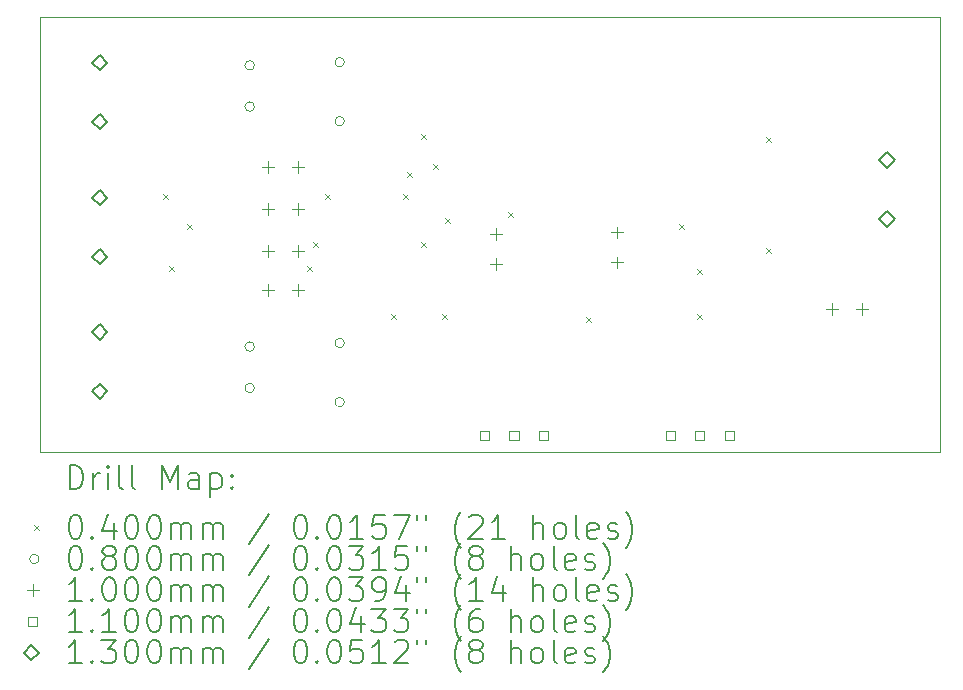
<source format=gbr>
%TF.GenerationSoftware,KiCad,Pcbnew,7.0.7-7.0.7~ubuntu22.04.1*%
%TF.CreationDate,2024-07-22T06:27:40-04:00*%
%TF.ProjectId,adjustable_instamp,61646a75-7374-4616-926c-655f696e7374,rev?*%
%TF.SameCoordinates,Original*%
%TF.FileFunction,Drillmap*%
%TF.FilePolarity,Positive*%
%FSLAX45Y45*%
G04 Gerber Fmt 4.5, Leading zero omitted, Abs format (unit mm)*
G04 Created by KiCad (PCBNEW 7.0.7-7.0.7~ubuntu22.04.1) date 2024-07-22 06:27:40*
%MOMM*%
%LPD*%
G01*
G04 APERTURE LIST*
%ADD10C,0.100000*%
%ADD11C,0.200000*%
%ADD12C,0.040000*%
%ADD13C,0.080000*%
%ADD14C,0.110000*%
%ADD15C,0.130000*%
G04 APERTURE END LIST*
D10*
X11430000Y-6858000D02*
X11430000Y-6985000D01*
X11430000Y-10541000D02*
X19050000Y-10541000D01*
X19050000Y-10541000D02*
X19050000Y-6858000D01*
X11430000Y-6985000D02*
X11430000Y-10541000D01*
X19050000Y-6858000D02*
X11430000Y-6858000D01*
D11*
D12*
X12476800Y-8362000D02*
X12516800Y-8402000D01*
X12516800Y-8362000D02*
X12476800Y-8402000D01*
X12527600Y-8971600D02*
X12567600Y-9011600D01*
X12567600Y-8971600D02*
X12527600Y-9011600D01*
X12680000Y-8616000D02*
X12720000Y-8656000D01*
X12720000Y-8616000D02*
X12680000Y-8656000D01*
X13696000Y-8971600D02*
X13736000Y-9011600D01*
X13736000Y-8971600D02*
X13696000Y-9011600D01*
X13746800Y-8768400D02*
X13786800Y-8808400D01*
X13786800Y-8768400D02*
X13746800Y-8808400D01*
X13848400Y-8362000D02*
X13888400Y-8402000D01*
X13888400Y-8362000D02*
X13848400Y-8402000D01*
X14407200Y-9378000D02*
X14447200Y-9418000D01*
X14447200Y-9378000D02*
X14407200Y-9418000D01*
X14508800Y-8362000D02*
X14548800Y-8402000D01*
X14548800Y-8362000D02*
X14508800Y-8402000D01*
X14544200Y-8174200D02*
X14584200Y-8214200D01*
X14584200Y-8174200D02*
X14544200Y-8214200D01*
X14661200Y-7854000D02*
X14701200Y-7894000D01*
X14701200Y-7854000D02*
X14661200Y-7894000D01*
X14661200Y-8768400D02*
X14701200Y-8808400D01*
X14701200Y-8768400D02*
X14661200Y-8808400D01*
X14762800Y-8108000D02*
X14802800Y-8148000D01*
X14802800Y-8108000D02*
X14762800Y-8148000D01*
X14839000Y-9378000D02*
X14879000Y-9418000D01*
X14879000Y-9378000D02*
X14839000Y-9418000D01*
X14864400Y-8565200D02*
X14904400Y-8605200D01*
X14904400Y-8565200D02*
X14864400Y-8605200D01*
X15397800Y-8514400D02*
X15437800Y-8554400D01*
X15437800Y-8514400D02*
X15397800Y-8554400D01*
X16058200Y-9403400D02*
X16098200Y-9443400D01*
X16098200Y-9403400D02*
X16058200Y-9443400D01*
X16845600Y-8616000D02*
X16885600Y-8656000D01*
X16885600Y-8616000D02*
X16845600Y-8656000D01*
X16998000Y-8997000D02*
X17038000Y-9037000D01*
X17038000Y-8997000D02*
X16998000Y-9037000D01*
X16998000Y-9378000D02*
X17038000Y-9418000D01*
X17038000Y-9378000D02*
X16998000Y-9418000D01*
X17582200Y-7879400D02*
X17622200Y-7919400D01*
X17622200Y-7879400D02*
X17582200Y-7919400D01*
X17582200Y-8819200D02*
X17622200Y-8859200D01*
X17622200Y-8819200D02*
X17582200Y-8859200D01*
D13*
X13248000Y-7270000D02*
G75*
G03*
X13248000Y-7270000I-40000J0D01*
G01*
X13248000Y-7620000D02*
G75*
G03*
X13248000Y-7620000I-40000J0D01*
G01*
X13248000Y-9652000D02*
G75*
G03*
X13248000Y-9652000I-40000J0D01*
G01*
X13248000Y-10002000D02*
G75*
G03*
X13248000Y-10002000I-40000J0D01*
G01*
X14010000Y-7243000D02*
G75*
G03*
X14010000Y-7243000I-40000J0D01*
G01*
X14010000Y-7743000D02*
G75*
G03*
X14010000Y-7743000I-40000J0D01*
G01*
X14010000Y-9621000D02*
G75*
G03*
X14010000Y-9621000I-40000J0D01*
G01*
X14010000Y-10121000D02*
G75*
G03*
X14010000Y-10121000I-40000J0D01*
G01*
D10*
X13360400Y-8078000D02*
X13360400Y-8178000D01*
X13310400Y-8128000D02*
X13410400Y-8128000D01*
X13360400Y-8433600D02*
X13360400Y-8533600D01*
X13310400Y-8483600D02*
X13410400Y-8483600D01*
X13360400Y-8789200D02*
X13360400Y-8889200D01*
X13310400Y-8839200D02*
X13410400Y-8839200D01*
X13360400Y-9119400D02*
X13360400Y-9219400D01*
X13310400Y-9169400D02*
X13410400Y-9169400D01*
X13614400Y-8078000D02*
X13614400Y-8178000D01*
X13564400Y-8128000D02*
X13664400Y-8128000D01*
X13614400Y-8433600D02*
X13614400Y-8533600D01*
X13564400Y-8483600D02*
X13664400Y-8483600D01*
X13614400Y-8789200D02*
X13614400Y-8889200D01*
X13564400Y-8839200D02*
X13664400Y-8839200D01*
X13614400Y-9119400D02*
X13614400Y-9219400D01*
X13564400Y-9169400D02*
X13664400Y-9169400D01*
X15290800Y-8649500D02*
X15290800Y-8749500D01*
X15240800Y-8699500D02*
X15340800Y-8699500D01*
X15290800Y-8903500D02*
X15290800Y-9003500D01*
X15240800Y-8953500D02*
X15340800Y-8953500D01*
X16319500Y-8635300D02*
X16319500Y-8735300D01*
X16269500Y-8685300D02*
X16369500Y-8685300D01*
X16319500Y-8889300D02*
X16319500Y-8989300D01*
X16269500Y-8939300D02*
X16369500Y-8939300D01*
X18135600Y-9284500D02*
X18135600Y-9384500D01*
X18085600Y-9334500D02*
X18185600Y-9334500D01*
X18389600Y-9284500D02*
X18389600Y-9384500D01*
X18339600Y-9334500D02*
X18439600Y-9334500D01*
D14*
X15234391Y-10440191D02*
X15234391Y-10362409D01*
X15156609Y-10362409D01*
X15156609Y-10440191D01*
X15234391Y-10440191D01*
X15484391Y-10440191D02*
X15484391Y-10362409D01*
X15406609Y-10362409D01*
X15406609Y-10440191D01*
X15484391Y-10440191D01*
X15734391Y-10440191D02*
X15734391Y-10362409D01*
X15656609Y-10362409D01*
X15656609Y-10440191D01*
X15734391Y-10440191D01*
X16806891Y-10442191D02*
X16806891Y-10364409D01*
X16729109Y-10364409D01*
X16729109Y-10442191D01*
X16806891Y-10442191D01*
X17056891Y-10442191D02*
X17056891Y-10364409D01*
X16979109Y-10364409D01*
X16979109Y-10442191D01*
X17056891Y-10442191D01*
X17306891Y-10442191D02*
X17306891Y-10364409D01*
X17229109Y-10364409D01*
X17229109Y-10442191D01*
X17306891Y-10442191D01*
D15*
X11938000Y-7312000D02*
X12003000Y-7247000D01*
X11938000Y-7182000D01*
X11873000Y-7247000D01*
X11938000Y-7312000D01*
X11938000Y-7812000D02*
X12003000Y-7747000D01*
X11938000Y-7682000D01*
X11873000Y-7747000D01*
X11938000Y-7812000D01*
X11938000Y-8455000D02*
X12003000Y-8390000D01*
X11938000Y-8325000D01*
X11873000Y-8390000D01*
X11938000Y-8455000D01*
X11938000Y-8955000D02*
X12003000Y-8890000D01*
X11938000Y-8825000D01*
X11873000Y-8890000D01*
X11938000Y-8955000D01*
X11938000Y-9594000D02*
X12003000Y-9529000D01*
X11938000Y-9464000D01*
X11873000Y-9529000D01*
X11938000Y-9594000D01*
X11938000Y-10094000D02*
X12003000Y-10029000D01*
X11938000Y-9964000D01*
X11873000Y-10029000D01*
X11938000Y-10094000D01*
X18605500Y-8137500D02*
X18670500Y-8072500D01*
X18605500Y-8007500D01*
X18540500Y-8072500D01*
X18605500Y-8137500D01*
X18605500Y-8637500D02*
X18670500Y-8572500D01*
X18605500Y-8507500D01*
X18540500Y-8572500D01*
X18605500Y-8637500D01*
D11*
X11685777Y-10857484D02*
X11685777Y-10657484D01*
X11685777Y-10657484D02*
X11733396Y-10657484D01*
X11733396Y-10657484D02*
X11761967Y-10667008D01*
X11761967Y-10667008D02*
X11781015Y-10686055D01*
X11781015Y-10686055D02*
X11790539Y-10705103D01*
X11790539Y-10705103D02*
X11800062Y-10743198D01*
X11800062Y-10743198D02*
X11800062Y-10771770D01*
X11800062Y-10771770D02*
X11790539Y-10809865D01*
X11790539Y-10809865D02*
X11781015Y-10828912D01*
X11781015Y-10828912D02*
X11761967Y-10847960D01*
X11761967Y-10847960D02*
X11733396Y-10857484D01*
X11733396Y-10857484D02*
X11685777Y-10857484D01*
X11885777Y-10857484D02*
X11885777Y-10724150D01*
X11885777Y-10762246D02*
X11895301Y-10743198D01*
X11895301Y-10743198D02*
X11904824Y-10733674D01*
X11904824Y-10733674D02*
X11923872Y-10724150D01*
X11923872Y-10724150D02*
X11942920Y-10724150D01*
X12009586Y-10857484D02*
X12009586Y-10724150D01*
X12009586Y-10657484D02*
X12000062Y-10667008D01*
X12000062Y-10667008D02*
X12009586Y-10676531D01*
X12009586Y-10676531D02*
X12019110Y-10667008D01*
X12019110Y-10667008D02*
X12009586Y-10657484D01*
X12009586Y-10657484D02*
X12009586Y-10676531D01*
X12133396Y-10857484D02*
X12114348Y-10847960D01*
X12114348Y-10847960D02*
X12104824Y-10828912D01*
X12104824Y-10828912D02*
X12104824Y-10657484D01*
X12238158Y-10857484D02*
X12219110Y-10847960D01*
X12219110Y-10847960D02*
X12209586Y-10828912D01*
X12209586Y-10828912D02*
X12209586Y-10657484D01*
X12466729Y-10857484D02*
X12466729Y-10657484D01*
X12466729Y-10657484D02*
X12533396Y-10800341D01*
X12533396Y-10800341D02*
X12600062Y-10657484D01*
X12600062Y-10657484D02*
X12600062Y-10857484D01*
X12781015Y-10857484D02*
X12781015Y-10752722D01*
X12781015Y-10752722D02*
X12771491Y-10733674D01*
X12771491Y-10733674D02*
X12752443Y-10724150D01*
X12752443Y-10724150D02*
X12714348Y-10724150D01*
X12714348Y-10724150D02*
X12695301Y-10733674D01*
X12781015Y-10847960D02*
X12761967Y-10857484D01*
X12761967Y-10857484D02*
X12714348Y-10857484D01*
X12714348Y-10857484D02*
X12695301Y-10847960D01*
X12695301Y-10847960D02*
X12685777Y-10828912D01*
X12685777Y-10828912D02*
X12685777Y-10809865D01*
X12685777Y-10809865D02*
X12695301Y-10790817D01*
X12695301Y-10790817D02*
X12714348Y-10781293D01*
X12714348Y-10781293D02*
X12761967Y-10781293D01*
X12761967Y-10781293D02*
X12781015Y-10771770D01*
X12876253Y-10724150D02*
X12876253Y-10924150D01*
X12876253Y-10733674D02*
X12895301Y-10724150D01*
X12895301Y-10724150D02*
X12933396Y-10724150D01*
X12933396Y-10724150D02*
X12952443Y-10733674D01*
X12952443Y-10733674D02*
X12961967Y-10743198D01*
X12961967Y-10743198D02*
X12971491Y-10762246D01*
X12971491Y-10762246D02*
X12971491Y-10819389D01*
X12971491Y-10819389D02*
X12961967Y-10838436D01*
X12961967Y-10838436D02*
X12952443Y-10847960D01*
X12952443Y-10847960D02*
X12933396Y-10857484D01*
X12933396Y-10857484D02*
X12895301Y-10857484D01*
X12895301Y-10857484D02*
X12876253Y-10847960D01*
X13057205Y-10838436D02*
X13066729Y-10847960D01*
X13066729Y-10847960D02*
X13057205Y-10857484D01*
X13057205Y-10857484D02*
X13047682Y-10847960D01*
X13047682Y-10847960D02*
X13057205Y-10838436D01*
X13057205Y-10838436D02*
X13057205Y-10857484D01*
X13057205Y-10733674D02*
X13066729Y-10743198D01*
X13066729Y-10743198D02*
X13057205Y-10752722D01*
X13057205Y-10752722D02*
X13047682Y-10743198D01*
X13047682Y-10743198D02*
X13057205Y-10733674D01*
X13057205Y-10733674D02*
X13057205Y-10752722D01*
D12*
X11385000Y-11166000D02*
X11425000Y-11206000D01*
X11425000Y-11166000D02*
X11385000Y-11206000D01*
D11*
X11723872Y-11077484D02*
X11742920Y-11077484D01*
X11742920Y-11077484D02*
X11761967Y-11087008D01*
X11761967Y-11087008D02*
X11771491Y-11096531D01*
X11771491Y-11096531D02*
X11781015Y-11115579D01*
X11781015Y-11115579D02*
X11790539Y-11153674D01*
X11790539Y-11153674D02*
X11790539Y-11201293D01*
X11790539Y-11201293D02*
X11781015Y-11239388D01*
X11781015Y-11239388D02*
X11771491Y-11258436D01*
X11771491Y-11258436D02*
X11761967Y-11267960D01*
X11761967Y-11267960D02*
X11742920Y-11277484D01*
X11742920Y-11277484D02*
X11723872Y-11277484D01*
X11723872Y-11277484D02*
X11704824Y-11267960D01*
X11704824Y-11267960D02*
X11695301Y-11258436D01*
X11695301Y-11258436D02*
X11685777Y-11239388D01*
X11685777Y-11239388D02*
X11676253Y-11201293D01*
X11676253Y-11201293D02*
X11676253Y-11153674D01*
X11676253Y-11153674D02*
X11685777Y-11115579D01*
X11685777Y-11115579D02*
X11695301Y-11096531D01*
X11695301Y-11096531D02*
X11704824Y-11087008D01*
X11704824Y-11087008D02*
X11723872Y-11077484D01*
X11876253Y-11258436D02*
X11885777Y-11267960D01*
X11885777Y-11267960D02*
X11876253Y-11277484D01*
X11876253Y-11277484D02*
X11866729Y-11267960D01*
X11866729Y-11267960D02*
X11876253Y-11258436D01*
X11876253Y-11258436D02*
X11876253Y-11277484D01*
X12057205Y-11144150D02*
X12057205Y-11277484D01*
X12009586Y-11067960D02*
X11961967Y-11210817D01*
X11961967Y-11210817D02*
X12085777Y-11210817D01*
X12200062Y-11077484D02*
X12219110Y-11077484D01*
X12219110Y-11077484D02*
X12238158Y-11087008D01*
X12238158Y-11087008D02*
X12247682Y-11096531D01*
X12247682Y-11096531D02*
X12257205Y-11115579D01*
X12257205Y-11115579D02*
X12266729Y-11153674D01*
X12266729Y-11153674D02*
X12266729Y-11201293D01*
X12266729Y-11201293D02*
X12257205Y-11239388D01*
X12257205Y-11239388D02*
X12247682Y-11258436D01*
X12247682Y-11258436D02*
X12238158Y-11267960D01*
X12238158Y-11267960D02*
X12219110Y-11277484D01*
X12219110Y-11277484D02*
X12200062Y-11277484D01*
X12200062Y-11277484D02*
X12181015Y-11267960D01*
X12181015Y-11267960D02*
X12171491Y-11258436D01*
X12171491Y-11258436D02*
X12161967Y-11239388D01*
X12161967Y-11239388D02*
X12152443Y-11201293D01*
X12152443Y-11201293D02*
X12152443Y-11153674D01*
X12152443Y-11153674D02*
X12161967Y-11115579D01*
X12161967Y-11115579D02*
X12171491Y-11096531D01*
X12171491Y-11096531D02*
X12181015Y-11087008D01*
X12181015Y-11087008D02*
X12200062Y-11077484D01*
X12390539Y-11077484D02*
X12409586Y-11077484D01*
X12409586Y-11077484D02*
X12428634Y-11087008D01*
X12428634Y-11087008D02*
X12438158Y-11096531D01*
X12438158Y-11096531D02*
X12447682Y-11115579D01*
X12447682Y-11115579D02*
X12457205Y-11153674D01*
X12457205Y-11153674D02*
X12457205Y-11201293D01*
X12457205Y-11201293D02*
X12447682Y-11239388D01*
X12447682Y-11239388D02*
X12438158Y-11258436D01*
X12438158Y-11258436D02*
X12428634Y-11267960D01*
X12428634Y-11267960D02*
X12409586Y-11277484D01*
X12409586Y-11277484D02*
X12390539Y-11277484D01*
X12390539Y-11277484D02*
X12371491Y-11267960D01*
X12371491Y-11267960D02*
X12361967Y-11258436D01*
X12361967Y-11258436D02*
X12352443Y-11239388D01*
X12352443Y-11239388D02*
X12342920Y-11201293D01*
X12342920Y-11201293D02*
X12342920Y-11153674D01*
X12342920Y-11153674D02*
X12352443Y-11115579D01*
X12352443Y-11115579D02*
X12361967Y-11096531D01*
X12361967Y-11096531D02*
X12371491Y-11087008D01*
X12371491Y-11087008D02*
X12390539Y-11077484D01*
X12542920Y-11277484D02*
X12542920Y-11144150D01*
X12542920Y-11163198D02*
X12552443Y-11153674D01*
X12552443Y-11153674D02*
X12571491Y-11144150D01*
X12571491Y-11144150D02*
X12600063Y-11144150D01*
X12600063Y-11144150D02*
X12619110Y-11153674D01*
X12619110Y-11153674D02*
X12628634Y-11172722D01*
X12628634Y-11172722D02*
X12628634Y-11277484D01*
X12628634Y-11172722D02*
X12638158Y-11153674D01*
X12638158Y-11153674D02*
X12657205Y-11144150D01*
X12657205Y-11144150D02*
X12685777Y-11144150D01*
X12685777Y-11144150D02*
X12704824Y-11153674D01*
X12704824Y-11153674D02*
X12714348Y-11172722D01*
X12714348Y-11172722D02*
X12714348Y-11277484D01*
X12809586Y-11277484D02*
X12809586Y-11144150D01*
X12809586Y-11163198D02*
X12819110Y-11153674D01*
X12819110Y-11153674D02*
X12838158Y-11144150D01*
X12838158Y-11144150D02*
X12866729Y-11144150D01*
X12866729Y-11144150D02*
X12885777Y-11153674D01*
X12885777Y-11153674D02*
X12895301Y-11172722D01*
X12895301Y-11172722D02*
X12895301Y-11277484D01*
X12895301Y-11172722D02*
X12904824Y-11153674D01*
X12904824Y-11153674D02*
X12923872Y-11144150D01*
X12923872Y-11144150D02*
X12952443Y-11144150D01*
X12952443Y-11144150D02*
X12971491Y-11153674D01*
X12971491Y-11153674D02*
X12981015Y-11172722D01*
X12981015Y-11172722D02*
X12981015Y-11277484D01*
X13371491Y-11067960D02*
X13200063Y-11325103D01*
X13628634Y-11077484D02*
X13647682Y-11077484D01*
X13647682Y-11077484D02*
X13666729Y-11087008D01*
X13666729Y-11087008D02*
X13676253Y-11096531D01*
X13676253Y-11096531D02*
X13685777Y-11115579D01*
X13685777Y-11115579D02*
X13695301Y-11153674D01*
X13695301Y-11153674D02*
X13695301Y-11201293D01*
X13695301Y-11201293D02*
X13685777Y-11239388D01*
X13685777Y-11239388D02*
X13676253Y-11258436D01*
X13676253Y-11258436D02*
X13666729Y-11267960D01*
X13666729Y-11267960D02*
X13647682Y-11277484D01*
X13647682Y-11277484D02*
X13628634Y-11277484D01*
X13628634Y-11277484D02*
X13609586Y-11267960D01*
X13609586Y-11267960D02*
X13600063Y-11258436D01*
X13600063Y-11258436D02*
X13590539Y-11239388D01*
X13590539Y-11239388D02*
X13581015Y-11201293D01*
X13581015Y-11201293D02*
X13581015Y-11153674D01*
X13581015Y-11153674D02*
X13590539Y-11115579D01*
X13590539Y-11115579D02*
X13600063Y-11096531D01*
X13600063Y-11096531D02*
X13609586Y-11087008D01*
X13609586Y-11087008D02*
X13628634Y-11077484D01*
X13781015Y-11258436D02*
X13790539Y-11267960D01*
X13790539Y-11267960D02*
X13781015Y-11277484D01*
X13781015Y-11277484D02*
X13771491Y-11267960D01*
X13771491Y-11267960D02*
X13781015Y-11258436D01*
X13781015Y-11258436D02*
X13781015Y-11277484D01*
X13914348Y-11077484D02*
X13933396Y-11077484D01*
X13933396Y-11077484D02*
X13952444Y-11087008D01*
X13952444Y-11087008D02*
X13961967Y-11096531D01*
X13961967Y-11096531D02*
X13971491Y-11115579D01*
X13971491Y-11115579D02*
X13981015Y-11153674D01*
X13981015Y-11153674D02*
X13981015Y-11201293D01*
X13981015Y-11201293D02*
X13971491Y-11239388D01*
X13971491Y-11239388D02*
X13961967Y-11258436D01*
X13961967Y-11258436D02*
X13952444Y-11267960D01*
X13952444Y-11267960D02*
X13933396Y-11277484D01*
X13933396Y-11277484D02*
X13914348Y-11277484D01*
X13914348Y-11277484D02*
X13895301Y-11267960D01*
X13895301Y-11267960D02*
X13885777Y-11258436D01*
X13885777Y-11258436D02*
X13876253Y-11239388D01*
X13876253Y-11239388D02*
X13866729Y-11201293D01*
X13866729Y-11201293D02*
X13866729Y-11153674D01*
X13866729Y-11153674D02*
X13876253Y-11115579D01*
X13876253Y-11115579D02*
X13885777Y-11096531D01*
X13885777Y-11096531D02*
X13895301Y-11087008D01*
X13895301Y-11087008D02*
X13914348Y-11077484D01*
X14171491Y-11277484D02*
X14057206Y-11277484D01*
X14114348Y-11277484D02*
X14114348Y-11077484D01*
X14114348Y-11077484D02*
X14095301Y-11106055D01*
X14095301Y-11106055D02*
X14076253Y-11125103D01*
X14076253Y-11125103D02*
X14057206Y-11134627D01*
X14352444Y-11077484D02*
X14257206Y-11077484D01*
X14257206Y-11077484D02*
X14247682Y-11172722D01*
X14247682Y-11172722D02*
X14257206Y-11163198D01*
X14257206Y-11163198D02*
X14276253Y-11153674D01*
X14276253Y-11153674D02*
X14323872Y-11153674D01*
X14323872Y-11153674D02*
X14342920Y-11163198D01*
X14342920Y-11163198D02*
X14352444Y-11172722D01*
X14352444Y-11172722D02*
X14361967Y-11191769D01*
X14361967Y-11191769D02*
X14361967Y-11239388D01*
X14361967Y-11239388D02*
X14352444Y-11258436D01*
X14352444Y-11258436D02*
X14342920Y-11267960D01*
X14342920Y-11267960D02*
X14323872Y-11277484D01*
X14323872Y-11277484D02*
X14276253Y-11277484D01*
X14276253Y-11277484D02*
X14257206Y-11267960D01*
X14257206Y-11267960D02*
X14247682Y-11258436D01*
X14428634Y-11077484D02*
X14561967Y-11077484D01*
X14561967Y-11077484D02*
X14476253Y-11277484D01*
X14628634Y-11077484D02*
X14628634Y-11115579D01*
X14704825Y-11077484D02*
X14704825Y-11115579D01*
X15000063Y-11353674D02*
X14990539Y-11344150D01*
X14990539Y-11344150D02*
X14971491Y-11315579D01*
X14971491Y-11315579D02*
X14961968Y-11296531D01*
X14961968Y-11296531D02*
X14952444Y-11267960D01*
X14952444Y-11267960D02*
X14942920Y-11220341D01*
X14942920Y-11220341D02*
X14942920Y-11182246D01*
X14942920Y-11182246D02*
X14952444Y-11134627D01*
X14952444Y-11134627D02*
X14961968Y-11106055D01*
X14961968Y-11106055D02*
X14971491Y-11087008D01*
X14971491Y-11087008D02*
X14990539Y-11058436D01*
X14990539Y-11058436D02*
X15000063Y-11048912D01*
X15066729Y-11096531D02*
X15076253Y-11087008D01*
X15076253Y-11087008D02*
X15095301Y-11077484D01*
X15095301Y-11077484D02*
X15142920Y-11077484D01*
X15142920Y-11077484D02*
X15161968Y-11087008D01*
X15161968Y-11087008D02*
X15171491Y-11096531D01*
X15171491Y-11096531D02*
X15181015Y-11115579D01*
X15181015Y-11115579D02*
X15181015Y-11134627D01*
X15181015Y-11134627D02*
X15171491Y-11163198D01*
X15171491Y-11163198D02*
X15057206Y-11277484D01*
X15057206Y-11277484D02*
X15181015Y-11277484D01*
X15371491Y-11277484D02*
X15257206Y-11277484D01*
X15314348Y-11277484D02*
X15314348Y-11077484D01*
X15314348Y-11077484D02*
X15295301Y-11106055D01*
X15295301Y-11106055D02*
X15276253Y-11125103D01*
X15276253Y-11125103D02*
X15257206Y-11134627D01*
X15609587Y-11277484D02*
X15609587Y-11077484D01*
X15695301Y-11277484D02*
X15695301Y-11172722D01*
X15695301Y-11172722D02*
X15685777Y-11153674D01*
X15685777Y-11153674D02*
X15666730Y-11144150D01*
X15666730Y-11144150D02*
X15638158Y-11144150D01*
X15638158Y-11144150D02*
X15619110Y-11153674D01*
X15619110Y-11153674D02*
X15609587Y-11163198D01*
X15819110Y-11277484D02*
X15800063Y-11267960D01*
X15800063Y-11267960D02*
X15790539Y-11258436D01*
X15790539Y-11258436D02*
X15781015Y-11239388D01*
X15781015Y-11239388D02*
X15781015Y-11182246D01*
X15781015Y-11182246D02*
X15790539Y-11163198D01*
X15790539Y-11163198D02*
X15800063Y-11153674D01*
X15800063Y-11153674D02*
X15819110Y-11144150D01*
X15819110Y-11144150D02*
X15847682Y-11144150D01*
X15847682Y-11144150D02*
X15866730Y-11153674D01*
X15866730Y-11153674D02*
X15876253Y-11163198D01*
X15876253Y-11163198D02*
X15885777Y-11182246D01*
X15885777Y-11182246D02*
X15885777Y-11239388D01*
X15885777Y-11239388D02*
X15876253Y-11258436D01*
X15876253Y-11258436D02*
X15866730Y-11267960D01*
X15866730Y-11267960D02*
X15847682Y-11277484D01*
X15847682Y-11277484D02*
X15819110Y-11277484D01*
X16000063Y-11277484D02*
X15981015Y-11267960D01*
X15981015Y-11267960D02*
X15971491Y-11248912D01*
X15971491Y-11248912D02*
X15971491Y-11077484D01*
X16152444Y-11267960D02*
X16133396Y-11277484D01*
X16133396Y-11277484D02*
X16095301Y-11277484D01*
X16095301Y-11277484D02*
X16076253Y-11267960D01*
X16076253Y-11267960D02*
X16066730Y-11248912D01*
X16066730Y-11248912D02*
X16066730Y-11172722D01*
X16066730Y-11172722D02*
X16076253Y-11153674D01*
X16076253Y-11153674D02*
X16095301Y-11144150D01*
X16095301Y-11144150D02*
X16133396Y-11144150D01*
X16133396Y-11144150D02*
X16152444Y-11153674D01*
X16152444Y-11153674D02*
X16161968Y-11172722D01*
X16161968Y-11172722D02*
X16161968Y-11191769D01*
X16161968Y-11191769D02*
X16066730Y-11210817D01*
X16238158Y-11267960D02*
X16257206Y-11277484D01*
X16257206Y-11277484D02*
X16295301Y-11277484D01*
X16295301Y-11277484D02*
X16314349Y-11267960D01*
X16314349Y-11267960D02*
X16323872Y-11248912D01*
X16323872Y-11248912D02*
X16323872Y-11239388D01*
X16323872Y-11239388D02*
X16314349Y-11220341D01*
X16314349Y-11220341D02*
X16295301Y-11210817D01*
X16295301Y-11210817D02*
X16266730Y-11210817D01*
X16266730Y-11210817D02*
X16247682Y-11201293D01*
X16247682Y-11201293D02*
X16238158Y-11182246D01*
X16238158Y-11182246D02*
X16238158Y-11172722D01*
X16238158Y-11172722D02*
X16247682Y-11153674D01*
X16247682Y-11153674D02*
X16266730Y-11144150D01*
X16266730Y-11144150D02*
X16295301Y-11144150D01*
X16295301Y-11144150D02*
X16314349Y-11153674D01*
X16390539Y-11353674D02*
X16400063Y-11344150D01*
X16400063Y-11344150D02*
X16419111Y-11315579D01*
X16419111Y-11315579D02*
X16428634Y-11296531D01*
X16428634Y-11296531D02*
X16438158Y-11267960D01*
X16438158Y-11267960D02*
X16447682Y-11220341D01*
X16447682Y-11220341D02*
X16447682Y-11182246D01*
X16447682Y-11182246D02*
X16438158Y-11134627D01*
X16438158Y-11134627D02*
X16428634Y-11106055D01*
X16428634Y-11106055D02*
X16419111Y-11087008D01*
X16419111Y-11087008D02*
X16400063Y-11058436D01*
X16400063Y-11058436D02*
X16390539Y-11048912D01*
D13*
X11425000Y-11450000D02*
G75*
G03*
X11425000Y-11450000I-40000J0D01*
G01*
D11*
X11723872Y-11341484D02*
X11742920Y-11341484D01*
X11742920Y-11341484D02*
X11761967Y-11351008D01*
X11761967Y-11351008D02*
X11771491Y-11360531D01*
X11771491Y-11360531D02*
X11781015Y-11379579D01*
X11781015Y-11379579D02*
X11790539Y-11417674D01*
X11790539Y-11417674D02*
X11790539Y-11465293D01*
X11790539Y-11465293D02*
X11781015Y-11503388D01*
X11781015Y-11503388D02*
X11771491Y-11522436D01*
X11771491Y-11522436D02*
X11761967Y-11531960D01*
X11761967Y-11531960D02*
X11742920Y-11541484D01*
X11742920Y-11541484D02*
X11723872Y-11541484D01*
X11723872Y-11541484D02*
X11704824Y-11531960D01*
X11704824Y-11531960D02*
X11695301Y-11522436D01*
X11695301Y-11522436D02*
X11685777Y-11503388D01*
X11685777Y-11503388D02*
X11676253Y-11465293D01*
X11676253Y-11465293D02*
X11676253Y-11417674D01*
X11676253Y-11417674D02*
X11685777Y-11379579D01*
X11685777Y-11379579D02*
X11695301Y-11360531D01*
X11695301Y-11360531D02*
X11704824Y-11351008D01*
X11704824Y-11351008D02*
X11723872Y-11341484D01*
X11876253Y-11522436D02*
X11885777Y-11531960D01*
X11885777Y-11531960D02*
X11876253Y-11541484D01*
X11876253Y-11541484D02*
X11866729Y-11531960D01*
X11866729Y-11531960D02*
X11876253Y-11522436D01*
X11876253Y-11522436D02*
X11876253Y-11541484D01*
X12000062Y-11427198D02*
X11981015Y-11417674D01*
X11981015Y-11417674D02*
X11971491Y-11408150D01*
X11971491Y-11408150D02*
X11961967Y-11389103D01*
X11961967Y-11389103D02*
X11961967Y-11379579D01*
X11961967Y-11379579D02*
X11971491Y-11360531D01*
X11971491Y-11360531D02*
X11981015Y-11351008D01*
X11981015Y-11351008D02*
X12000062Y-11341484D01*
X12000062Y-11341484D02*
X12038158Y-11341484D01*
X12038158Y-11341484D02*
X12057205Y-11351008D01*
X12057205Y-11351008D02*
X12066729Y-11360531D01*
X12066729Y-11360531D02*
X12076253Y-11379579D01*
X12076253Y-11379579D02*
X12076253Y-11389103D01*
X12076253Y-11389103D02*
X12066729Y-11408150D01*
X12066729Y-11408150D02*
X12057205Y-11417674D01*
X12057205Y-11417674D02*
X12038158Y-11427198D01*
X12038158Y-11427198D02*
X12000062Y-11427198D01*
X12000062Y-11427198D02*
X11981015Y-11436722D01*
X11981015Y-11436722D02*
X11971491Y-11446246D01*
X11971491Y-11446246D02*
X11961967Y-11465293D01*
X11961967Y-11465293D02*
X11961967Y-11503388D01*
X11961967Y-11503388D02*
X11971491Y-11522436D01*
X11971491Y-11522436D02*
X11981015Y-11531960D01*
X11981015Y-11531960D02*
X12000062Y-11541484D01*
X12000062Y-11541484D02*
X12038158Y-11541484D01*
X12038158Y-11541484D02*
X12057205Y-11531960D01*
X12057205Y-11531960D02*
X12066729Y-11522436D01*
X12066729Y-11522436D02*
X12076253Y-11503388D01*
X12076253Y-11503388D02*
X12076253Y-11465293D01*
X12076253Y-11465293D02*
X12066729Y-11446246D01*
X12066729Y-11446246D02*
X12057205Y-11436722D01*
X12057205Y-11436722D02*
X12038158Y-11427198D01*
X12200062Y-11341484D02*
X12219110Y-11341484D01*
X12219110Y-11341484D02*
X12238158Y-11351008D01*
X12238158Y-11351008D02*
X12247682Y-11360531D01*
X12247682Y-11360531D02*
X12257205Y-11379579D01*
X12257205Y-11379579D02*
X12266729Y-11417674D01*
X12266729Y-11417674D02*
X12266729Y-11465293D01*
X12266729Y-11465293D02*
X12257205Y-11503388D01*
X12257205Y-11503388D02*
X12247682Y-11522436D01*
X12247682Y-11522436D02*
X12238158Y-11531960D01*
X12238158Y-11531960D02*
X12219110Y-11541484D01*
X12219110Y-11541484D02*
X12200062Y-11541484D01*
X12200062Y-11541484D02*
X12181015Y-11531960D01*
X12181015Y-11531960D02*
X12171491Y-11522436D01*
X12171491Y-11522436D02*
X12161967Y-11503388D01*
X12161967Y-11503388D02*
X12152443Y-11465293D01*
X12152443Y-11465293D02*
X12152443Y-11417674D01*
X12152443Y-11417674D02*
X12161967Y-11379579D01*
X12161967Y-11379579D02*
X12171491Y-11360531D01*
X12171491Y-11360531D02*
X12181015Y-11351008D01*
X12181015Y-11351008D02*
X12200062Y-11341484D01*
X12390539Y-11341484D02*
X12409586Y-11341484D01*
X12409586Y-11341484D02*
X12428634Y-11351008D01*
X12428634Y-11351008D02*
X12438158Y-11360531D01*
X12438158Y-11360531D02*
X12447682Y-11379579D01*
X12447682Y-11379579D02*
X12457205Y-11417674D01*
X12457205Y-11417674D02*
X12457205Y-11465293D01*
X12457205Y-11465293D02*
X12447682Y-11503388D01*
X12447682Y-11503388D02*
X12438158Y-11522436D01*
X12438158Y-11522436D02*
X12428634Y-11531960D01*
X12428634Y-11531960D02*
X12409586Y-11541484D01*
X12409586Y-11541484D02*
X12390539Y-11541484D01*
X12390539Y-11541484D02*
X12371491Y-11531960D01*
X12371491Y-11531960D02*
X12361967Y-11522436D01*
X12361967Y-11522436D02*
X12352443Y-11503388D01*
X12352443Y-11503388D02*
X12342920Y-11465293D01*
X12342920Y-11465293D02*
X12342920Y-11417674D01*
X12342920Y-11417674D02*
X12352443Y-11379579D01*
X12352443Y-11379579D02*
X12361967Y-11360531D01*
X12361967Y-11360531D02*
X12371491Y-11351008D01*
X12371491Y-11351008D02*
X12390539Y-11341484D01*
X12542920Y-11541484D02*
X12542920Y-11408150D01*
X12542920Y-11427198D02*
X12552443Y-11417674D01*
X12552443Y-11417674D02*
X12571491Y-11408150D01*
X12571491Y-11408150D02*
X12600063Y-11408150D01*
X12600063Y-11408150D02*
X12619110Y-11417674D01*
X12619110Y-11417674D02*
X12628634Y-11436722D01*
X12628634Y-11436722D02*
X12628634Y-11541484D01*
X12628634Y-11436722D02*
X12638158Y-11417674D01*
X12638158Y-11417674D02*
X12657205Y-11408150D01*
X12657205Y-11408150D02*
X12685777Y-11408150D01*
X12685777Y-11408150D02*
X12704824Y-11417674D01*
X12704824Y-11417674D02*
X12714348Y-11436722D01*
X12714348Y-11436722D02*
X12714348Y-11541484D01*
X12809586Y-11541484D02*
X12809586Y-11408150D01*
X12809586Y-11427198D02*
X12819110Y-11417674D01*
X12819110Y-11417674D02*
X12838158Y-11408150D01*
X12838158Y-11408150D02*
X12866729Y-11408150D01*
X12866729Y-11408150D02*
X12885777Y-11417674D01*
X12885777Y-11417674D02*
X12895301Y-11436722D01*
X12895301Y-11436722D02*
X12895301Y-11541484D01*
X12895301Y-11436722D02*
X12904824Y-11417674D01*
X12904824Y-11417674D02*
X12923872Y-11408150D01*
X12923872Y-11408150D02*
X12952443Y-11408150D01*
X12952443Y-11408150D02*
X12971491Y-11417674D01*
X12971491Y-11417674D02*
X12981015Y-11436722D01*
X12981015Y-11436722D02*
X12981015Y-11541484D01*
X13371491Y-11331960D02*
X13200063Y-11589103D01*
X13628634Y-11341484D02*
X13647682Y-11341484D01*
X13647682Y-11341484D02*
X13666729Y-11351008D01*
X13666729Y-11351008D02*
X13676253Y-11360531D01*
X13676253Y-11360531D02*
X13685777Y-11379579D01*
X13685777Y-11379579D02*
X13695301Y-11417674D01*
X13695301Y-11417674D02*
X13695301Y-11465293D01*
X13695301Y-11465293D02*
X13685777Y-11503388D01*
X13685777Y-11503388D02*
X13676253Y-11522436D01*
X13676253Y-11522436D02*
X13666729Y-11531960D01*
X13666729Y-11531960D02*
X13647682Y-11541484D01*
X13647682Y-11541484D02*
X13628634Y-11541484D01*
X13628634Y-11541484D02*
X13609586Y-11531960D01*
X13609586Y-11531960D02*
X13600063Y-11522436D01*
X13600063Y-11522436D02*
X13590539Y-11503388D01*
X13590539Y-11503388D02*
X13581015Y-11465293D01*
X13581015Y-11465293D02*
X13581015Y-11417674D01*
X13581015Y-11417674D02*
X13590539Y-11379579D01*
X13590539Y-11379579D02*
X13600063Y-11360531D01*
X13600063Y-11360531D02*
X13609586Y-11351008D01*
X13609586Y-11351008D02*
X13628634Y-11341484D01*
X13781015Y-11522436D02*
X13790539Y-11531960D01*
X13790539Y-11531960D02*
X13781015Y-11541484D01*
X13781015Y-11541484D02*
X13771491Y-11531960D01*
X13771491Y-11531960D02*
X13781015Y-11522436D01*
X13781015Y-11522436D02*
X13781015Y-11541484D01*
X13914348Y-11341484D02*
X13933396Y-11341484D01*
X13933396Y-11341484D02*
X13952444Y-11351008D01*
X13952444Y-11351008D02*
X13961967Y-11360531D01*
X13961967Y-11360531D02*
X13971491Y-11379579D01*
X13971491Y-11379579D02*
X13981015Y-11417674D01*
X13981015Y-11417674D02*
X13981015Y-11465293D01*
X13981015Y-11465293D02*
X13971491Y-11503388D01*
X13971491Y-11503388D02*
X13961967Y-11522436D01*
X13961967Y-11522436D02*
X13952444Y-11531960D01*
X13952444Y-11531960D02*
X13933396Y-11541484D01*
X13933396Y-11541484D02*
X13914348Y-11541484D01*
X13914348Y-11541484D02*
X13895301Y-11531960D01*
X13895301Y-11531960D02*
X13885777Y-11522436D01*
X13885777Y-11522436D02*
X13876253Y-11503388D01*
X13876253Y-11503388D02*
X13866729Y-11465293D01*
X13866729Y-11465293D02*
X13866729Y-11417674D01*
X13866729Y-11417674D02*
X13876253Y-11379579D01*
X13876253Y-11379579D02*
X13885777Y-11360531D01*
X13885777Y-11360531D02*
X13895301Y-11351008D01*
X13895301Y-11351008D02*
X13914348Y-11341484D01*
X14047682Y-11341484D02*
X14171491Y-11341484D01*
X14171491Y-11341484D02*
X14104825Y-11417674D01*
X14104825Y-11417674D02*
X14133396Y-11417674D01*
X14133396Y-11417674D02*
X14152444Y-11427198D01*
X14152444Y-11427198D02*
X14161967Y-11436722D01*
X14161967Y-11436722D02*
X14171491Y-11455769D01*
X14171491Y-11455769D02*
X14171491Y-11503388D01*
X14171491Y-11503388D02*
X14161967Y-11522436D01*
X14161967Y-11522436D02*
X14152444Y-11531960D01*
X14152444Y-11531960D02*
X14133396Y-11541484D01*
X14133396Y-11541484D02*
X14076253Y-11541484D01*
X14076253Y-11541484D02*
X14057206Y-11531960D01*
X14057206Y-11531960D02*
X14047682Y-11522436D01*
X14361967Y-11541484D02*
X14247682Y-11541484D01*
X14304825Y-11541484D02*
X14304825Y-11341484D01*
X14304825Y-11341484D02*
X14285777Y-11370055D01*
X14285777Y-11370055D02*
X14266729Y-11389103D01*
X14266729Y-11389103D02*
X14247682Y-11398627D01*
X14542920Y-11341484D02*
X14447682Y-11341484D01*
X14447682Y-11341484D02*
X14438158Y-11436722D01*
X14438158Y-11436722D02*
X14447682Y-11427198D01*
X14447682Y-11427198D02*
X14466729Y-11417674D01*
X14466729Y-11417674D02*
X14514348Y-11417674D01*
X14514348Y-11417674D02*
X14533396Y-11427198D01*
X14533396Y-11427198D02*
X14542920Y-11436722D01*
X14542920Y-11436722D02*
X14552444Y-11455769D01*
X14552444Y-11455769D02*
X14552444Y-11503388D01*
X14552444Y-11503388D02*
X14542920Y-11522436D01*
X14542920Y-11522436D02*
X14533396Y-11531960D01*
X14533396Y-11531960D02*
X14514348Y-11541484D01*
X14514348Y-11541484D02*
X14466729Y-11541484D01*
X14466729Y-11541484D02*
X14447682Y-11531960D01*
X14447682Y-11531960D02*
X14438158Y-11522436D01*
X14628634Y-11341484D02*
X14628634Y-11379579D01*
X14704825Y-11341484D02*
X14704825Y-11379579D01*
X15000063Y-11617674D02*
X14990539Y-11608150D01*
X14990539Y-11608150D02*
X14971491Y-11579579D01*
X14971491Y-11579579D02*
X14961968Y-11560531D01*
X14961968Y-11560531D02*
X14952444Y-11531960D01*
X14952444Y-11531960D02*
X14942920Y-11484341D01*
X14942920Y-11484341D02*
X14942920Y-11446246D01*
X14942920Y-11446246D02*
X14952444Y-11398627D01*
X14952444Y-11398627D02*
X14961968Y-11370055D01*
X14961968Y-11370055D02*
X14971491Y-11351008D01*
X14971491Y-11351008D02*
X14990539Y-11322436D01*
X14990539Y-11322436D02*
X15000063Y-11312912D01*
X15104825Y-11427198D02*
X15085777Y-11417674D01*
X15085777Y-11417674D02*
X15076253Y-11408150D01*
X15076253Y-11408150D02*
X15066729Y-11389103D01*
X15066729Y-11389103D02*
X15066729Y-11379579D01*
X15066729Y-11379579D02*
X15076253Y-11360531D01*
X15076253Y-11360531D02*
X15085777Y-11351008D01*
X15085777Y-11351008D02*
X15104825Y-11341484D01*
X15104825Y-11341484D02*
X15142920Y-11341484D01*
X15142920Y-11341484D02*
X15161968Y-11351008D01*
X15161968Y-11351008D02*
X15171491Y-11360531D01*
X15171491Y-11360531D02*
X15181015Y-11379579D01*
X15181015Y-11379579D02*
X15181015Y-11389103D01*
X15181015Y-11389103D02*
X15171491Y-11408150D01*
X15171491Y-11408150D02*
X15161968Y-11417674D01*
X15161968Y-11417674D02*
X15142920Y-11427198D01*
X15142920Y-11427198D02*
X15104825Y-11427198D01*
X15104825Y-11427198D02*
X15085777Y-11436722D01*
X15085777Y-11436722D02*
X15076253Y-11446246D01*
X15076253Y-11446246D02*
X15066729Y-11465293D01*
X15066729Y-11465293D02*
X15066729Y-11503388D01*
X15066729Y-11503388D02*
X15076253Y-11522436D01*
X15076253Y-11522436D02*
X15085777Y-11531960D01*
X15085777Y-11531960D02*
X15104825Y-11541484D01*
X15104825Y-11541484D02*
X15142920Y-11541484D01*
X15142920Y-11541484D02*
X15161968Y-11531960D01*
X15161968Y-11531960D02*
X15171491Y-11522436D01*
X15171491Y-11522436D02*
X15181015Y-11503388D01*
X15181015Y-11503388D02*
X15181015Y-11465293D01*
X15181015Y-11465293D02*
X15171491Y-11446246D01*
X15171491Y-11446246D02*
X15161968Y-11436722D01*
X15161968Y-11436722D02*
X15142920Y-11427198D01*
X15419110Y-11541484D02*
X15419110Y-11341484D01*
X15504825Y-11541484D02*
X15504825Y-11436722D01*
X15504825Y-11436722D02*
X15495301Y-11417674D01*
X15495301Y-11417674D02*
X15476253Y-11408150D01*
X15476253Y-11408150D02*
X15447682Y-11408150D01*
X15447682Y-11408150D02*
X15428634Y-11417674D01*
X15428634Y-11417674D02*
X15419110Y-11427198D01*
X15628634Y-11541484D02*
X15609587Y-11531960D01*
X15609587Y-11531960D02*
X15600063Y-11522436D01*
X15600063Y-11522436D02*
X15590539Y-11503388D01*
X15590539Y-11503388D02*
X15590539Y-11446246D01*
X15590539Y-11446246D02*
X15600063Y-11427198D01*
X15600063Y-11427198D02*
X15609587Y-11417674D01*
X15609587Y-11417674D02*
X15628634Y-11408150D01*
X15628634Y-11408150D02*
X15657206Y-11408150D01*
X15657206Y-11408150D02*
X15676253Y-11417674D01*
X15676253Y-11417674D02*
X15685777Y-11427198D01*
X15685777Y-11427198D02*
X15695301Y-11446246D01*
X15695301Y-11446246D02*
X15695301Y-11503388D01*
X15695301Y-11503388D02*
X15685777Y-11522436D01*
X15685777Y-11522436D02*
X15676253Y-11531960D01*
X15676253Y-11531960D02*
X15657206Y-11541484D01*
X15657206Y-11541484D02*
X15628634Y-11541484D01*
X15809587Y-11541484D02*
X15790539Y-11531960D01*
X15790539Y-11531960D02*
X15781015Y-11512912D01*
X15781015Y-11512912D02*
X15781015Y-11341484D01*
X15961968Y-11531960D02*
X15942920Y-11541484D01*
X15942920Y-11541484D02*
X15904825Y-11541484D01*
X15904825Y-11541484D02*
X15885777Y-11531960D01*
X15885777Y-11531960D02*
X15876253Y-11512912D01*
X15876253Y-11512912D02*
X15876253Y-11436722D01*
X15876253Y-11436722D02*
X15885777Y-11417674D01*
X15885777Y-11417674D02*
X15904825Y-11408150D01*
X15904825Y-11408150D02*
X15942920Y-11408150D01*
X15942920Y-11408150D02*
X15961968Y-11417674D01*
X15961968Y-11417674D02*
X15971491Y-11436722D01*
X15971491Y-11436722D02*
X15971491Y-11455769D01*
X15971491Y-11455769D02*
X15876253Y-11474817D01*
X16047682Y-11531960D02*
X16066730Y-11541484D01*
X16066730Y-11541484D02*
X16104825Y-11541484D01*
X16104825Y-11541484D02*
X16123872Y-11531960D01*
X16123872Y-11531960D02*
X16133396Y-11512912D01*
X16133396Y-11512912D02*
X16133396Y-11503388D01*
X16133396Y-11503388D02*
X16123872Y-11484341D01*
X16123872Y-11484341D02*
X16104825Y-11474817D01*
X16104825Y-11474817D02*
X16076253Y-11474817D01*
X16076253Y-11474817D02*
X16057206Y-11465293D01*
X16057206Y-11465293D02*
X16047682Y-11446246D01*
X16047682Y-11446246D02*
X16047682Y-11436722D01*
X16047682Y-11436722D02*
X16057206Y-11417674D01*
X16057206Y-11417674D02*
X16076253Y-11408150D01*
X16076253Y-11408150D02*
X16104825Y-11408150D01*
X16104825Y-11408150D02*
X16123872Y-11417674D01*
X16200063Y-11617674D02*
X16209587Y-11608150D01*
X16209587Y-11608150D02*
X16228634Y-11579579D01*
X16228634Y-11579579D02*
X16238158Y-11560531D01*
X16238158Y-11560531D02*
X16247682Y-11531960D01*
X16247682Y-11531960D02*
X16257206Y-11484341D01*
X16257206Y-11484341D02*
X16257206Y-11446246D01*
X16257206Y-11446246D02*
X16247682Y-11398627D01*
X16247682Y-11398627D02*
X16238158Y-11370055D01*
X16238158Y-11370055D02*
X16228634Y-11351008D01*
X16228634Y-11351008D02*
X16209587Y-11322436D01*
X16209587Y-11322436D02*
X16200063Y-11312912D01*
D10*
X11375000Y-11664000D02*
X11375000Y-11764000D01*
X11325000Y-11714000D02*
X11425000Y-11714000D01*
D11*
X11790539Y-11805484D02*
X11676253Y-11805484D01*
X11733396Y-11805484D02*
X11733396Y-11605484D01*
X11733396Y-11605484D02*
X11714348Y-11634055D01*
X11714348Y-11634055D02*
X11695301Y-11653103D01*
X11695301Y-11653103D02*
X11676253Y-11662627D01*
X11876253Y-11786436D02*
X11885777Y-11795960D01*
X11885777Y-11795960D02*
X11876253Y-11805484D01*
X11876253Y-11805484D02*
X11866729Y-11795960D01*
X11866729Y-11795960D02*
X11876253Y-11786436D01*
X11876253Y-11786436D02*
X11876253Y-11805484D01*
X12009586Y-11605484D02*
X12028634Y-11605484D01*
X12028634Y-11605484D02*
X12047682Y-11615008D01*
X12047682Y-11615008D02*
X12057205Y-11624531D01*
X12057205Y-11624531D02*
X12066729Y-11643579D01*
X12066729Y-11643579D02*
X12076253Y-11681674D01*
X12076253Y-11681674D02*
X12076253Y-11729293D01*
X12076253Y-11729293D02*
X12066729Y-11767388D01*
X12066729Y-11767388D02*
X12057205Y-11786436D01*
X12057205Y-11786436D02*
X12047682Y-11795960D01*
X12047682Y-11795960D02*
X12028634Y-11805484D01*
X12028634Y-11805484D02*
X12009586Y-11805484D01*
X12009586Y-11805484D02*
X11990539Y-11795960D01*
X11990539Y-11795960D02*
X11981015Y-11786436D01*
X11981015Y-11786436D02*
X11971491Y-11767388D01*
X11971491Y-11767388D02*
X11961967Y-11729293D01*
X11961967Y-11729293D02*
X11961967Y-11681674D01*
X11961967Y-11681674D02*
X11971491Y-11643579D01*
X11971491Y-11643579D02*
X11981015Y-11624531D01*
X11981015Y-11624531D02*
X11990539Y-11615008D01*
X11990539Y-11615008D02*
X12009586Y-11605484D01*
X12200062Y-11605484D02*
X12219110Y-11605484D01*
X12219110Y-11605484D02*
X12238158Y-11615008D01*
X12238158Y-11615008D02*
X12247682Y-11624531D01*
X12247682Y-11624531D02*
X12257205Y-11643579D01*
X12257205Y-11643579D02*
X12266729Y-11681674D01*
X12266729Y-11681674D02*
X12266729Y-11729293D01*
X12266729Y-11729293D02*
X12257205Y-11767388D01*
X12257205Y-11767388D02*
X12247682Y-11786436D01*
X12247682Y-11786436D02*
X12238158Y-11795960D01*
X12238158Y-11795960D02*
X12219110Y-11805484D01*
X12219110Y-11805484D02*
X12200062Y-11805484D01*
X12200062Y-11805484D02*
X12181015Y-11795960D01*
X12181015Y-11795960D02*
X12171491Y-11786436D01*
X12171491Y-11786436D02*
X12161967Y-11767388D01*
X12161967Y-11767388D02*
X12152443Y-11729293D01*
X12152443Y-11729293D02*
X12152443Y-11681674D01*
X12152443Y-11681674D02*
X12161967Y-11643579D01*
X12161967Y-11643579D02*
X12171491Y-11624531D01*
X12171491Y-11624531D02*
X12181015Y-11615008D01*
X12181015Y-11615008D02*
X12200062Y-11605484D01*
X12390539Y-11605484D02*
X12409586Y-11605484D01*
X12409586Y-11605484D02*
X12428634Y-11615008D01*
X12428634Y-11615008D02*
X12438158Y-11624531D01*
X12438158Y-11624531D02*
X12447682Y-11643579D01*
X12447682Y-11643579D02*
X12457205Y-11681674D01*
X12457205Y-11681674D02*
X12457205Y-11729293D01*
X12457205Y-11729293D02*
X12447682Y-11767388D01*
X12447682Y-11767388D02*
X12438158Y-11786436D01*
X12438158Y-11786436D02*
X12428634Y-11795960D01*
X12428634Y-11795960D02*
X12409586Y-11805484D01*
X12409586Y-11805484D02*
X12390539Y-11805484D01*
X12390539Y-11805484D02*
X12371491Y-11795960D01*
X12371491Y-11795960D02*
X12361967Y-11786436D01*
X12361967Y-11786436D02*
X12352443Y-11767388D01*
X12352443Y-11767388D02*
X12342920Y-11729293D01*
X12342920Y-11729293D02*
X12342920Y-11681674D01*
X12342920Y-11681674D02*
X12352443Y-11643579D01*
X12352443Y-11643579D02*
X12361967Y-11624531D01*
X12361967Y-11624531D02*
X12371491Y-11615008D01*
X12371491Y-11615008D02*
X12390539Y-11605484D01*
X12542920Y-11805484D02*
X12542920Y-11672150D01*
X12542920Y-11691198D02*
X12552443Y-11681674D01*
X12552443Y-11681674D02*
X12571491Y-11672150D01*
X12571491Y-11672150D02*
X12600063Y-11672150D01*
X12600063Y-11672150D02*
X12619110Y-11681674D01*
X12619110Y-11681674D02*
X12628634Y-11700722D01*
X12628634Y-11700722D02*
X12628634Y-11805484D01*
X12628634Y-11700722D02*
X12638158Y-11681674D01*
X12638158Y-11681674D02*
X12657205Y-11672150D01*
X12657205Y-11672150D02*
X12685777Y-11672150D01*
X12685777Y-11672150D02*
X12704824Y-11681674D01*
X12704824Y-11681674D02*
X12714348Y-11700722D01*
X12714348Y-11700722D02*
X12714348Y-11805484D01*
X12809586Y-11805484D02*
X12809586Y-11672150D01*
X12809586Y-11691198D02*
X12819110Y-11681674D01*
X12819110Y-11681674D02*
X12838158Y-11672150D01*
X12838158Y-11672150D02*
X12866729Y-11672150D01*
X12866729Y-11672150D02*
X12885777Y-11681674D01*
X12885777Y-11681674D02*
X12895301Y-11700722D01*
X12895301Y-11700722D02*
X12895301Y-11805484D01*
X12895301Y-11700722D02*
X12904824Y-11681674D01*
X12904824Y-11681674D02*
X12923872Y-11672150D01*
X12923872Y-11672150D02*
X12952443Y-11672150D01*
X12952443Y-11672150D02*
X12971491Y-11681674D01*
X12971491Y-11681674D02*
X12981015Y-11700722D01*
X12981015Y-11700722D02*
X12981015Y-11805484D01*
X13371491Y-11595960D02*
X13200063Y-11853103D01*
X13628634Y-11605484D02*
X13647682Y-11605484D01*
X13647682Y-11605484D02*
X13666729Y-11615008D01*
X13666729Y-11615008D02*
X13676253Y-11624531D01*
X13676253Y-11624531D02*
X13685777Y-11643579D01*
X13685777Y-11643579D02*
X13695301Y-11681674D01*
X13695301Y-11681674D02*
X13695301Y-11729293D01*
X13695301Y-11729293D02*
X13685777Y-11767388D01*
X13685777Y-11767388D02*
X13676253Y-11786436D01*
X13676253Y-11786436D02*
X13666729Y-11795960D01*
X13666729Y-11795960D02*
X13647682Y-11805484D01*
X13647682Y-11805484D02*
X13628634Y-11805484D01*
X13628634Y-11805484D02*
X13609586Y-11795960D01*
X13609586Y-11795960D02*
X13600063Y-11786436D01*
X13600063Y-11786436D02*
X13590539Y-11767388D01*
X13590539Y-11767388D02*
X13581015Y-11729293D01*
X13581015Y-11729293D02*
X13581015Y-11681674D01*
X13581015Y-11681674D02*
X13590539Y-11643579D01*
X13590539Y-11643579D02*
X13600063Y-11624531D01*
X13600063Y-11624531D02*
X13609586Y-11615008D01*
X13609586Y-11615008D02*
X13628634Y-11605484D01*
X13781015Y-11786436D02*
X13790539Y-11795960D01*
X13790539Y-11795960D02*
X13781015Y-11805484D01*
X13781015Y-11805484D02*
X13771491Y-11795960D01*
X13771491Y-11795960D02*
X13781015Y-11786436D01*
X13781015Y-11786436D02*
X13781015Y-11805484D01*
X13914348Y-11605484D02*
X13933396Y-11605484D01*
X13933396Y-11605484D02*
X13952444Y-11615008D01*
X13952444Y-11615008D02*
X13961967Y-11624531D01*
X13961967Y-11624531D02*
X13971491Y-11643579D01*
X13971491Y-11643579D02*
X13981015Y-11681674D01*
X13981015Y-11681674D02*
X13981015Y-11729293D01*
X13981015Y-11729293D02*
X13971491Y-11767388D01*
X13971491Y-11767388D02*
X13961967Y-11786436D01*
X13961967Y-11786436D02*
X13952444Y-11795960D01*
X13952444Y-11795960D02*
X13933396Y-11805484D01*
X13933396Y-11805484D02*
X13914348Y-11805484D01*
X13914348Y-11805484D02*
X13895301Y-11795960D01*
X13895301Y-11795960D02*
X13885777Y-11786436D01*
X13885777Y-11786436D02*
X13876253Y-11767388D01*
X13876253Y-11767388D02*
X13866729Y-11729293D01*
X13866729Y-11729293D02*
X13866729Y-11681674D01*
X13866729Y-11681674D02*
X13876253Y-11643579D01*
X13876253Y-11643579D02*
X13885777Y-11624531D01*
X13885777Y-11624531D02*
X13895301Y-11615008D01*
X13895301Y-11615008D02*
X13914348Y-11605484D01*
X14047682Y-11605484D02*
X14171491Y-11605484D01*
X14171491Y-11605484D02*
X14104825Y-11681674D01*
X14104825Y-11681674D02*
X14133396Y-11681674D01*
X14133396Y-11681674D02*
X14152444Y-11691198D01*
X14152444Y-11691198D02*
X14161967Y-11700722D01*
X14161967Y-11700722D02*
X14171491Y-11719769D01*
X14171491Y-11719769D02*
X14171491Y-11767388D01*
X14171491Y-11767388D02*
X14161967Y-11786436D01*
X14161967Y-11786436D02*
X14152444Y-11795960D01*
X14152444Y-11795960D02*
X14133396Y-11805484D01*
X14133396Y-11805484D02*
X14076253Y-11805484D01*
X14076253Y-11805484D02*
X14057206Y-11795960D01*
X14057206Y-11795960D02*
X14047682Y-11786436D01*
X14266729Y-11805484D02*
X14304825Y-11805484D01*
X14304825Y-11805484D02*
X14323872Y-11795960D01*
X14323872Y-11795960D02*
X14333396Y-11786436D01*
X14333396Y-11786436D02*
X14352444Y-11757865D01*
X14352444Y-11757865D02*
X14361967Y-11719769D01*
X14361967Y-11719769D02*
X14361967Y-11643579D01*
X14361967Y-11643579D02*
X14352444Y-11624531D01*
X14352444Y-11624531D02*
X14342920Y-11615008D01*
X14342920Y-11615008D02*
X14323872Y-11605484D01*
X14323872Y-11605484D02*
X14285777Y-11605484D01*
X14285777Y-11605484D02*
X14266729Y-11615008D01*
X14266729Y-11615008D02*
X14257206Y-11624531D01*
X14257206Y-11624531D02*
X14247682Y-11643579D01*
X14247682Y-11643579D02*
X14247682Y-11691198D01*
X14247682Y-11691198D02*
X14257206Y-11710246D01*
X14257206Y-11710246D02*
X14266729Y-11719769D01*
X14266729Y-11719769D02*
X14285777Y-11729293D01*
X14285777Y-11729293D02*
X14323872Y-11729293D01*
X14323872Y-11729293D02*
X14342920Y-11719769D01*
X14342920Y-11719769D02*
X14352444Y-11710246D01*
X14352444Y-11710246D02*
X14361967Y-11691198D01*
X14533396Y-11672150D02*
X14533396Y-11805484D01*
X14485777Y-11595960D02*
X14438158Y-11738817D01*
X14438158Y-11738817D02*
X14561967Y-11738817D01*
X14628634Y-11605484D02*
X14628634Y-11643579D01*
X14704825Y-11605484D02*
X14704825Y-11643579D01*
X15000063Y-11881674D02*
X14990539Y-11872150D01*
X14990539Y-11872150D02*
X14971491Y-11843579D01*
X14971491Y-11843579D02*
X14961968Y-11824531D01*
X14961968Y-11824531D02*
X14952444Y-11795960D01*
X14952444Y-11795960D02*
X14942920Y-11748341D01*
X14942920Y-11748341D02*
X14942920Y-11710246D01*
X14942920Y-11710246D02*
X14952444Y-11662627D01*
X14952444Y-11662627D02*
X14961968Y-11634055D01*
X14961968Y-11634055D02*
X14971491Y-11615008D01*
X14971491Y-11615008D02*
X14990539Y-11586436D01*
X14990539Y-11586436D02*
X15000063Y-11576912D01*
X15181015Y-11805484D02*
X15066729Y-11805484D01*
X15123872Y-11805484D02*
X15123872Y-11605484D01*
X15123872Y-11605484D02*
X15104825Y-11634055D01*
X15104825Y-11634055D02*
X15085777Y-11653103D01*
X15085777Y-11653103D02*
X15066729Y-11662627D01*
X15352444Y-11672150D02*
X15352444Y-11805484D01*
X15304825Y-11595960D02*
X15257206Y-11738817D01*
X15257206Y-11738817D02*
X15381015Y-11738817D01*
X15609587Y-11805484D02*
X15609587Y-11605484D01*
X15695301Y-11805484D02*
X15695301Y-11700722D01*
X15695301Y-11700722D02*
X15685777Y-11681674D01*
X15685777Y-11681674D02*
X15666730Y-11672150D01*
X15666730Y-11672150D02*
X15638158Y-11672150D01*
X15638158Y-11672150D02*
X15619110Y-11681674D01*
X15619110Y-11681674D02*
X15609587Y-11691198D01*
X15819110Y-11805484D02*
X15800063Y-11795960D01*
X15800063Y-11795960D02*
X15790539Y-11786436D01*
X15790539Y-11786436D02*
X15781015Y-11767388D01*
X15781015Y-11767388D02*
X15781015Y-11710246D01*
X15781015Y-11710246D02*
X15790539Y-11691198D01*
X15790539Y-11691198D02*
X15800063Y-11681674D01*
X15800063Y-11681674D02*
X15819110Y-11672150D01*
X15819110Y-11672150D02*
X15847682Y-11672150D01*
X15847682Y-11672150D02*
X15866730Y-11681674D01*
X15866730Y-11681674D02*
X15876253Y-11691198D01*
X15876253Y-11691198D02*
X15885777Y-11710246D01*
X15885777Y-11710246D02*
X15885777Y-11767388D01*
X15885777Y-11767388D02*
X15876253Y-11786436D01*
X15876253Y-11786436D02*
X15866730Y-11795960D01*
X15866730Y-11795960D02*
X15847682Y-11805484D01*
X15847682Y-11805484D02*
X15819110Y-11805484D01*
X16000063Y-11805484D02*
X15981015Y-11795960D01*
X15981015Y-11795960D02*
X15971491Y-11776912D01*
X15971491Y-11776912D02*
X15971491Y-11605484D01*
X16152444Y-11795960D02*
X16133396Y-11805484D01*
X16133396Y-11805484D02*
X16095301Y-11805484D01*
X16095301Y-11805484D02*
X16076253Y-11795960D01*
X16076253Y-11795960D02*
X16066730Y-11776912D01*
X16066730Y-11776912D02*
X16066730Y-11700722D01*
X16066730Y-11700722D02*
X16076253Y-11681674D01*
X16076253Y-11681674D02*
X16095301Y-11672150D01*
X16095301Y-11672150D02*
X16133396Y-11672150D01*
X16133396Y-11672150D02*
X16152444Y-11681674D01*
X16152444Y-11681674D02*
X16161968Y-11700722D01*
X16161968Y-11700722D02*
X16161968Y-11719769D01*
X16161968Y-11719769D02*
X16066730Y-11738817D01*
X16238158Y-11795960D02*
X16257206Y-11805484D01*
X16257206Y-11805484D02*
X16295301Y-11805484D01*
X16295301Y-11805484D02*
X16314349Y-11795960D01*
X16314349Y-11795960D02*
X16323872Y-11776912D01*
X16323872Y-11776912D02*
X16323872Y-11767388D01*
X16323872Y-11767388D02*
X16314349Y-11748341D01*
X16314349Y-11748341D02*
X16295301Y-11738817D01*
X16295301Y-11738817D02*
X16266730Y-11738817D01*
X16266730Y-11738817D02*
X16247682Y-11729293D01*
X16247682Y-11729293D02*
X16238158Y-11710246D01*
X16238158Y-11710246D02*
X16238158Y-11700722D01*
X16238158Y-11700722D02*
X16247682Y-11681674D01*
X16247682Y-11681674D02*
X16266730Y-11672150D01*
X16266730Y-11672150D02*
X16295301Y-11672150D01*
X16295301Y-11672150D02*
X16314349Y-11681674D01*
X16390539Y-11881674D02*
X16400063Y-11872150D01*
X16400063Y-11872150D02*
X16419111Y-11843579D01*
X16419111Y-11843579D02*
X16428634Y-11824531D01*
X16428634Y-11824531D02*
X16438158Y-11795960D01*
X16438158Y-11795960D02*
X16447682Y-11748341D01*
X16447682Y-11748341D02*
X16447682Y-11710246D01*
X16447682Y-11710246D02*
X16438158Y-11662627D01*
X16438158Y-11662627D02*
X16428634Y-11634055D01*
X16428634Y-11634055D02*
X16419111Y-11615008D01*
X16419111Y-11615008D02*
X16400063Y-11586436D01*
X16400063Y-11586436D02*
X16390539Y-11576912D01*
D14*
X11408891Y-12016891D02*
X11408891Y-11939109D01*
X11331109Y-11939109D01*
X11331109Y-12016891D01*
X11408891Y-12016891D01*
D11*
X11790539Y-12069484D02*
X11676253Y-12069484D01*
X11733396Y-12069484D02*
X11733396Y-11869484D01*
X11733396Y-11869484D02*
X11714348Y-11898055D01*
X11714348Y-11898055D02*
X11695301Y-11917103D01*
X11695301Y-11917103D02*
X11676253Y-11926627D01*
X11876253Y-12050436D02*
X11885777Y-12059960D01*
X11885777Y-12059960D02*
X11876253Y-12069484D01*
X11876253Y-12069484D02*
X11866729Y-12059960D01*
X11866729Y-12059960D02*
X11876253Y-12050436D01*
X11876253Y-12050436D02*
X11876253Y-12069484D01*
X12076253Y-12069484D02*
X11961967Y-12069484D01*
X12019110Y-12069484D02*
X12019110Y-11869484D01*
X12019110Y-11869484D02*
X12000062Y-11898055D01*
X12000062Y-11898055D02*
X11981015Y-11917103D01*
X11981015Y-11917103D02*
X11961967Y-11926627D01*
X12200062Y-11869484D02*
X12219110Y-11869484D01*
X12219110Y-11869484D02*
X12238158Y-11879008D01*
X12238158Y-11879008D02*
X12247682Y-11888531D01*
X12247682Y-11888531D02*
X12257205Y-11907579D01*
X12257205Y-11907579D02*
X12266729Y-11945674D01*
X12266729Y-11945674D02*
X12266729Y-11993293D01*
X12266729Y-11993293D02*
X12257205Y-12031388D01*
X12257205Y-12031388D02*
X12247682Y-12050436D01*
X12247682Y-12050436D02*
X12238158Y-12059960D01*
X12238158Y-12059960D02*
X12219110Y-12069484D01*
X12219110Y-12069484D02*
X12200062Y-12069484D01*
X12200062Y-12069484D02*
X12181015Y-12059960D01*
X12181015Y-12059960D02*
X12171491Y-12050436D01*
X12171491Y-12050436D02*
X12161967Y-12031388D01*
X12161967Y-12031388D02*
X12152443Y-11993293D01*
X12152443Y-11993293D02*
X12152443Y-11945674D01*
X12152443Y-11945674D02*
X12161967Y-11907579D01*
X12161967Y-11907579D02*
X12171491Y-11888531D01*
X12171491Y-11888531D02*
X12181015Y-11879008D01*
X12181015Y-11879008D02*
X12200062Y-11869484D01*
X12390539Y-11869484D02*
X12409586Y-11869484D01*
X12409586Y-11869484D02*
X12428634Y-11879008D01*
X12428634Y-11879008D02*
X12438158Y-11888531D01*
X12438158Y-11888531D02*
X12447682Y-11907579D01*
X12447682Y-11907579D02*
X12457205Y-11945674D01*
X12457205Y-11945674D02*
X12457205Y-11993293D01*
X12457205Y-11993293D02*
X12447682Y-12031388D01*
X12447682Y-12031388D02*
X12438158Y-12050436D01*
X12438158Y-12050436D02*
X12428634Y-12059960D01*
X12428634Y-12059960D02*
X12409586Y-12069484D01*
X12409586Y-12069484D02*
X12390539Y-12069484D01*
X12390539Y-12069484D02*
X12371491Y-12059960D01*
X12371491Y-12059960D02*
X12361967Y-12050436D01*
X12361967Y-12050436D02*
X12352443Y-12031388D01*
X12352443Y-12031388D02*
X12342920Y-11993293D01*
X12342920Y-11993293D02*
X12342920Y-11945674D01*
X12342920Y-11945674D02*
X12352443Y-11907579D01*
X12352443Y-11907579D02*
X12361967Y-11888531D01*
X12361967Y-11888531D02*
X12371491Y-11879008D01*
X12371491Y-11879008D02*
X12390539Y-11869484D01*
X12542920Y-12069484D02*
X12542920Y-11936150D01*
X12542920Y-11955198D02*
X12552443Y-11945674D01*
X12552443Y-11945674D02*
X12571491Y-11936150D01*
X12571491Y-11936150D02*
X12600063Y-11936150D01*
X12600063Y-11936150D02*
X12619110Y-11945674D01*
X12619110Y-11945674D02*
X12628634Y-11964722D01*
X12628634Y-11964722D02*
X12628634Y-12069484D01*
X12628634Y-11964722D02*
X12638158Y-11945674D01*
X12638158Y-11945674D02*
X12657205Y-11936150D01*
X12657205Y-11936150D02*
X12685777Y-11936150D01*
X12685777Y-11936150D02*
X12704824Y-11945674D01*
X12704824Y-11945674D02*
X12714348Y-11964722D01*
X12714348Y-11964722D02*
X12714348Y-12069484D01*
X12809586Y-12069484D02*
X12809586Y-11936150D01*
X12809586Y-11955198D02*
X12819110Y-11945674D01*
X12819110Y-11945674D02*
X12838158Y-11936150D01*
X12838158Y-11936150D02*
X12866729Y-11936150D01*
X12866729Y-11936150D02*
X12885777Y-11945674D01*
X12885777Y-11945674D02*
X12895301Y-11964722D01*
X12895301Y-11964722D02*
X12895301Y-12069484D01*
X12895301Y-11964722D02*
X12904824Y-11945674D01*
X12904824Y-11945674D02*
X12923872Y-11936150D01*
X12923872Y-11936150D02*
X12952443Y-11936150D01*
X12952443Y-11936150D02*
X12971491Y-11945674D01*
X12971491Y-11945674D02*
X12981015Y-11964722D01*
X12981015Y-11964722D02*
X12981015Y-12069484D01*
X13371491Y-11859960D02*
X13200063Y-12117103D01*
X13628634Y-11869484D02*
X13647682Y-11869484D01*
X13647682Y-11869484D02*
X13666729Y-11879008D01*
X13666729Y-11879008D02*
X13676253Y-11888531D01*
X13676253Y-11888531D02*
X13685777Y-11907579D01*
X13685777Y-11907579D02*
X13695301Y-11945674D01*
X13695301Y-11945674D02*
X13695301Y-11993293D01*
X13695301Y-11993293D02*
X13685777Y-12031388D01*
X13685777Y-12031388D02*
X13676253Y-12050436D01*
X13676253Y-12050436D02*
X13666729Y-12059960D01*
X13666729Y-12059960D02*
X13647682Y-12069484D01*
X13647682Y-12069484D02*
X13628634Y-12069484D01*
X13628634Y-12069484D02*
X13609586Y-12059960D01*
X13609586Y-12059960D02*
X13600063Y-12050436D01*
X13600063Y-12050436D02*
X13590539Y-12031388D01*
X13590539Y-12031388D02*
X13581015Y-11993293D01*
X13581015Y-11993293D02*
X13581015Y-11945674D01*
X13581015Y-11945674D02*
X13590539Y-11907579D01*
X13590539Y-11907579D02*
X13600063Y-11888531D01*
X13600063Y-11888531D02*
X13609586Y-11879008D01*
X13609586Y-11879008D02*
X13628634Y-11869484D01*
X13781015Y-12050436D02*
X13790539Y-12059960D01*
X13790539Y-12059960D02*
X13781015Y-12069484D01*
X13781015Y-12069484D02*
X13771491Y-12059960D01*
X13771491Y-12059960D02*
X13781015Y-12050436D01*
X13781015Y-12050436D02*
X13781015Y-12069484D01*
X13914348Y-11869484D02*
X13933396Y-11869484D01*
X13933396Y-11869484D02*
X13952444Y-11879008D01*
X13952444Y-11879008D02*
X13961967Y-11888531D01*
X13961967Y-11888531D02*
X13971491Y-11907579D01*
X13971491Y-11907579D02*
X13981015Y-11945674D01*
X13981015Y-11945674D02*
X13981015Y-11993293D01*
X13981015Y-11993293D02*
X13971491Y-12031388D01*
X13971491Y-12031388D02*
X13961967Y-12050436D01*
X13961967Y-12050436D02*
X13952444Y-12059960D01*
X13952444Y-12059960D02*
X13933396Y-12069484D01*
X13933396Y-12069484D02*
X13914348Y-12069484D01*
X13914348Y-12069484D02*
X13895301Y-12059960D01*
X13895301Y-12059960D02*
X13885777Y-12050436D01*
X13885777Y-12050436D02*
X13876253Y-12031388D01*
X13876253Y-12031388D02*
X13866729Y-11993293D01*
X13866729Y-11993293D02*
X13866729Y-11945674D01*
X13866729Y-11945674D02*
X13876253Y-11907579D01*
X13876253Y-11907579D02*
X13885777Y-11888531D01*
X13885777Y-11888531D02*
X13895301Y-11879008D01*
X13895301Y-11879008D02*
X13914348Y-11869484D01*
X14152444Y-11936150D02*
X14152444Y-12069484D01*
X14104825Y-11859960D02*
X14057206Y-12002817D01*
X14057206Y-12002817D02*
X14181015Y-12002817D01*
X14238158Y-11869484D02*
X14361967Y-11869484D01*
X14361967Y-11869484D02*
X14295301Y-11945674D01*
X14295301Y-11945674D02*
X14323872Y-11945674D01*
X14323872Y-11945674D02*
X14342920Y-11955198D01*
X14342920Y-11955198D02*
X14352444Y-11964722D01*
X14352444Y-11964722D02*
X14361967Y-11983769D01*
X14361967Y-11983769D02*
X14361967Y-12031388D01*
X14361967Y-12031388D02*
X14352444Y-12050436D01*
X14352444Y-12050436D02*
X14342920Y-12059960D01*
X14342920Y-12059960D02*
X14323872Y-12069484D01*
X14323872Y-12069484D02*
X14266729Y-12069484D01*
X14266729Y-12069484D02*
X14247682Y-12059960D01*
X14247682Y-12059960D02*
X14238158Y-12050436D01*
X14428634Y-11869484D02*
X14552444Y-11869484D01*
X14552444Y-11869484D02*
X14485777Y-11945674D01*
X14485777Y-11945674D02*
X14514348Y-11945674D01*
X14514348Y-11945674D02*
X14533396Y-11955198D01*
X14533396Y-11955198D02*
X14542920Y-11964722D01*
X14542920Y-11964722D02*
X14552444Y-11983769D01*
X14552444Y-11983769D02*
X14552444Y-12031388D01*
X14552444Y-12031388D02*
X14542920Y-12050436D01*
X14542920Y-12050436D02*
X14533396Y-12059960D01*
X14533396Y-12059960D02*
X14514348Y-12069484D01*
X14514348Y-12069484D02*
X14457206Y-12069484D01*
X14457206Y-12069484D02*
X14438158Y-12059960D01*
X14438158Y-12059960D02*
X14428634Y-12050436D01*
X14628634Y-11869484D02*
X14628634Y-11907579D01*
X14704825Y-11869484D02*
X14704825Y-11907579D01*
X15000063Y-12145674D02*
X14990539Y-12136150D01*
X14990539Y-12136150D02*
X14971491Y-12107579D01*
X14971491Y-12107579D02*
X14961968Y-12088531D01*
X14961968Y-12088531D02*
X14952444Y-12059960D01*
X14952444Y-12059960D02*
X14942920Y-12012341D01*
X14942920Y-12012341D02*
X14942920Y-11974246D01*
X14942920Y-11974246D02*
X14952444Y-11926627D01*
X14952444Y-11926627D02*
X14961968Y-11898055D01*
X14961968Y-11898055D02*
X14971491Y-11879008D01*
X14971491Y-11879008D02*
X14990539Y-11850436D01*
X14990539Y-11850436D02*
X15000063Y-11840912D01*
X15161968Y-11869484D02*
X15123872Y-11869484D01*
X15123872Y-11869484D02*
X15104825Y-11879008D01*
X15104825Y-11879008D02*
X15095301Y-11888531D01*
X15095301Y-11888531D02*
X15076253Y-11917103D01*
X15076253Y-11917103D02*
X15066729Y-11955198D01*
X15066729Y-11955198D02*
X15066729Y-12031388D01*
X15066729Y-12031388D02*
X15076253Y-12050436D01*
X15076253Y-12050436D02*
X15085777Y-12059960D01*
X15085777Y-12059960D02*
X15104825Y-12069484D01*
X15104825Y-12069484D02*
X15142920Y-12069484D01*
X15142920Y-12069484D02*
X15161968Y-12059960D01*
X15161968Y-12059960D02*
X15171491Y-12050436D01*
X15171491Y-12050436D02*
X15181015Y-12031388D01*
X15181015Y-12031388D02*
X15181015Y-11983769D01*
X15181015Y-11983769D02*
X15171491Y-11964722D01*
X15171491Y-11964722D02*
X15161968Y-11955198D01*
X15161968Y-11955198D02*
X15142920Y-11945674D01*
X15142920Y-11945674D02*
X15104825Y-11945674D01*
X15104825Y-11945674D02*
X15085777Y-11955198D01*
X15085777Y-11955198D02*
X15076253Y-11964722D01*
X15076253Y-11964722D02*
X15066729Y-11983769D01*
X15419110Y-12069484D02*
X15419110Y-11869484D01*
X15504825Y-12069484D02*
X15504825Y-11964722D01*
X15504825Y-11964722D02*
X15495301Y-11945674D01*
X15495301Y-11945674D02*
X15476253Y-11936150D01*
X15476253Y-11936150D02*
X15447682Y-11936150D01*
X15447682Y-11936150D02*
X15428634Y-11945674D01*
X15428634Y-11945674D02*
X15419110Y-11955198D01*
X15628634Y-12069484D02*
X15609587Y-12059960D01*
X15609587Y-12059960D02*
X15600063Y-12050436D01*
X15600063Y-12050436D02*
X15590539Y-12031388D01*
X15590539Y-12031388D02*
X15590539Y-11974246D01*
X15590539Y-11974246D02*
X15600063Y-11955198D01*
X15600063Y-11955198D02*
X15609587Y-11945674D01*
X15609587Y-11945674D02*
X15628634Y-11936150D01*
X15628634Y-11936150D02*
X15657206Y-11936150D01*
X15657206Y-11936150D02*
X15676253Y-11945674D01*
X15676253Y-11945674D02*
X15685777Y-11955198D01*
X15685777Y-11955198D02*
X15695301Y-11974246D01*
X15695301Y-11974246D02*
X15695301Y-12031388D01*
X15695301Y-12031388D02*
X15685777Y-12050436D01*
X15685777Y-12050436D02*
X15676253Y-12059960D01*
X15676253Y-12059960D02*
X15657206Y-12069484D01*
X15657206Y-12069484D02*
X15628634Y-12069484D01*
X15809587Y-12069484D02*
X15790539Y-12059960D01*
X15790539Y-12059960D02*
X15781015Y-12040912D01*
X15781015Y-12040912D02*
X15781015Y-11869484D01*
X15961968Y-12059960D02*
X15942920Y-12069484D01*
X15942920Y-12069484D02*
X15904825Y-12069484D01*
X15904825Y-12069484D02*
X15885777Y-12059960D01*
X15885777Y-12059960D02*
X15876253Y-12040912D01*
X15876253Y-12040912D02*
X15876253Y-11964722D01*
X15876253Y-11964722D02*
X15885777Y-11945674D01*
X15885777Y-11945674D02*
X15904825Y-11936150D01*
X15904825Y-11936150D02*
X15942920Y-11936150D01*
X15942920Y-11936150D02*
X15961968Y-11945674D01*
X15961968Y-11945674D02*
X15971491Y-11964722D01*
X15971491Y-11964722D02*
X15971491Y-11983769D01*
X15971491Y-11983769D02*
X15876253Y-12002817D01*
X16047682Y-12059960D02*
X16066730Y-12069484D01*
X16066730Y-12069484D02*
X16104825Y-12069484D01*
X16104825Y-12069484D02*
X16123872Y-12059960D01*
X16123872Y-12059960D02*
X16133396Y-12040912D01*
X16133396Y-12040912D02*
X16133396Y-12031388D01*
X16133396Y-12031388D02*
X16123872Y-12012341D01*
X16123872Y-12012341D02*
X16104825Y-12002817D01*
X16104825Y-12002817D02*
X16076253Y-12002817D01*
X16076253Y-12002817D02*
X16057206Y-11993293D01*
X16057206Y-11993293D02*
X16047682Y-11974246D01*
X16047682Y-11974246D02*
X16047682Y-11964722D01*
X16047682Y-11964722D02*
X16057206Y-11945674D01*
X16057206Y-11945674D02*
X16076253Y-11936150D01*
X16076253Y-11936150D02*
X16104825Y-11936150D01*
X16104825Y-11936150D02*
X16123872Y-11945674D01*
X16200063Y-12145674D02*
X16209587Y-12136150D01*
X16209587Y-12136150D02*
X16228634Y-12107579D01*
X16228634Y-12107579D02*
X16238158Y-12088531D01*
X16238158Y-12088531D02*
X16247682Y-12059960D01*
X16247682Y-12059960D02*
X16257206Y-12012341D01*
X16257206Y-12012341D02*
X16257206Y-11974246D01*
X16257206Y-11974246D02*
X16247682Y-11926627D01*
X16247682Y-11926627D02*
X16238158Y-11898055D01*
X16238158Y-11898055D02*
X16228634Y-11879008D01*
X16228634Y-11879008D02*
X16209587Y-11850436D01*
X16209587Y-11850436D02*
X16200063Y-11840912D01*
D15*
X11360000Y-12307000D02*
X11425000Y-12242000D01*
X11360000Y-12177000D01*
X11295000Y-12242000D01*
X11360000Y-12307000D01*
D11*
X11790539Y-12333484D02*
X11676253Y-12333484D01*
X11733396Y-12333484D02*
X11733396Y-12133484D01*
X11733396Y-12133484D02*
X11714348Y-12162055D01*
X11714348Y-12162055D02*
X11695301Y-12181103D01*
X11695301Y-12181103D02*
X11676253Y-12190627D01*
X11876253Y-12314436D02*
X11885777Y-12323960D01*
X11885777Y-12323960D02*
X11876253Y-12333484D01*
X11876253Y-12333484D02*
X11866729Y-12323960D01*
X11866729Y-12323960D02*
X11876253Y-12314436D01*
X11876253Y-12314436D02*
X11876253Y-12333484D01*
X11952443Y-12133484D02*
X12076253Y-12133484D01*
X12076253Y-12133484D02*
X12009586Y-12209674D01*
X12009586Y-12209674D02*
X12038158Y-12209674D01*
X12038158Y-12209674D02*
X12057205Y-12219198D01*
X12057205Y-12219198D02*
X12066729Y-12228722D01*
X12066729Y-12228722D02*
X12076253Y-12247769D01*
X12076253Y-12247769D02*
X12076253Y-12295388D01*
X12076253Y-12295388D02*
X12066729Y-12314436D01*
X12066729Y-12314436D02*
X12057205Y-12323960D01*
X12057205Y-12323960D02*
X12038158Y-12333484D01*
X12038158Y-12333484D02*
X11981015Y-12333484D01*
X11981015Y-12333484D02*
X11961967Y-12323960D01*
X11961967Y-12323960D02*
X11952443Y-12314436D01*
X12200062Y-12133484D02*
X12219110Y-12133484D01*
X12219110Y-12133484D02*
X12238158Y-12143008D01*
X12238158Y-12143008D02*
X12247682Y-12152531D01*
X12247682Y-12152531D02*
X12257205Y-12171579D01*
X12257205Y-12171579D02*
X12266729Y-12209674D01*
X12266729Y-12209674D02*
X12266729Y-12257293D01*
X12266729Y-12257293D02*
X12257205Y-12295388D01*
X12257205Y-12295388D02*
X12247682Y-12314436D01*
X12247682Y-12314436D02*
X12238158Y-12323960D01*
X12238158Y-12323960D02*
X12219110Y-12333484D01*
X12219110Y-12333484D02*
X12200062Y-12333484D01*
X12200062Y-12333484D02*
X12181015Y-12323960D01*
X12181015Y-12323960D02*
X12171491Y-12314436D01*
X12171491Y-12314436D02*
X12161967Y-12295388D01*
X12161967Y-12295388D02*
X12152443Y-12257293D01*
X12152443Y-12257293D02*
X12152443Y-12209674D01*
X12152443Y-12209674D02*
X12161967Y-12171579D01*
X12161967Y-12171579D02*
X12171491Y-12152531D01*
X12171491Y-12152531D02*
X12181015Y-12143008D01*
X12181015Y-12143008D02*
X12200062Y-12133484D01*
X12390539Y-12133484D02*
X12409586Y-12133484D01*
X12409586Y-12133484D02*
X12428634Y-12143008D01*
X12428634Y-12143008D02*
X12438158Y-12152531D01*
X12438158Y-12152531D02*
X12447682Y-12171579D01*
X12447682Y-12171579D02*
X12457205Y-12209674D01*
X12457205Y-12209674D02*
X12457205Y-12257293D01*
X12457205Y-12257293D02*
X12447682Y-12295388D01*
X12447682Y-12295388D02*
X12438158Y-12314436D01*
X12438158Y-12314436D02*
X12428634Y-12323960D01*
X12428634Y-12323960D02*
X12409586Y-12333484D01*
X12409586Y-12333484D02*
X12390539Y-12333484D01*
X12390539Y-12333484D02*
X12371491Y-12323960D01*
X12371491Y-12323960D02*
X12361967Y-12314436D01*
X12361967Y-12314436D02*
X12352443Y-12295388D01*
X12352443Y-12295388D02*
X12342920Y-12257293D01*
X12342920Y-12257293D02*
X12342920Y-12209674D01*
X12342920Y-12209674D02*
X12352443Y-12171579D01*
X12352443Y-12171579D02*
X12361967Y-12152531D01*
X12361967Y-12152531D02*
X12371491Y-12143008D01*
X12371491Y-12143008D02*
X12390539Y-12133484D01*
X12542920Y-12333484D02*
X12542920Y-12200150D01*
X12542920Y-12219198D02*
X12552443Y-12209674D01*
X12552443Y-12209674D02*
X12571491Y-12200150D01*
X12571491Y-12200150D02*
X12600063Y-12200150D01*
X12600063Y-12200150D02*
X12619110Y-12209674D01*
X12619110Y-12209674D02*
X12628634Y-12228722D01*
X12628634Y-12228722D02*
X12628634Y-12333484D01*
X12628634Y-12228722D02*
X12638158Y-12209674D01*
X12638158Y-12209674D02*
X12657205Y-12200150D01*
X12657205Y-12200150D02*
X12685777Y-12200150D01*
X12685777Y-12200150D02*
X12704824Y-12209674D01*
X12704824Y-12209674D02*
X12714348Y-12228722D01*
X12714348Y-12228722D02*
X12714348Y-12333484D01*
X12809586Y-12333484D02*
X12809586Y-12200150D01*
X12809586Y-12219198D02*
X12819110Y-12209674D01*
X12819110Y-12209674D02*
X12838158Y-12200150D01*
X12838158Y-12200150D02*
X12866729Y-12200150D01*
X12866729Y-12200150D02*
X12885777Y-12209674D01*
X12885777Y-12209674D02*
X12895301Y-12228722D01*
X12895301Y-12228722D02*
X12895301Y-12333484D01*
X12895301Y-12228722D02*
X12904824Y-12209674D01*
X12904824Y-12209674D02*
X12923872Y-12200150D01*
X12923872Y-12200150D02*
X12952443Y-12200150D01*
X12952443Y-12200150D02*
X12971491Y-12209674D01*
X12971491Y-12209674D02*
X12981015Y-12228722D01*
X12981015Y-12228722D02*
X12981015Y-12333484D01*
X13371491Y-12123960D02*
X13200063Y-12381103D01*
X13628634Y-12133484D02*
X13647682Y-12133484D01*
X13647682Y-12133484D02*
X13666729Y-12143008D01*
X13666729Y-12143008D02*
X13676253Y-12152531D01*
X13676253Y-12152531D02*
X13685777Y-12171579D01*
X13685777Y-12171579D02*
X13695301Y-12209674D01*
X13695301Y-12209674D02*
X13695301Y-12257293D01*
X13695301Y-12257293D02*
X13685777Y-12295388D01*
X13685777Y-12295388D02*
X13676253Y-12314436D01*
X13676253Y-12314436D02*
X13666729Y-12323960D01*
X13666729Y-12323960D02*
X13647682Y-12333484D01*
X13647682Y-12333484D02*
X13628634Y-12333484D01*
X13628634Y-12333484D02*
X13609586Y-12323960D01*
X13609586Y-12323960D02*
X13600063Y-12314436D01*
X13600063Y-12314436D02*
X13590539Y-12295388D01*
X13590539Y-12295388D02*
X13581015Y-12257293D01*
X13581015Y-12257293D02*
X13581015Y-12209674D01*
X13581015Y-12209674D02*
X13590539Y-12171579D01*
X13590539Y-12171579D02*
X13600063Y-12152531D01*
X13600063Y-12152531D02*
X13609586Y-12143008D01*
X13609586Y-12143008D02*
X13628634Y-12133484D01*
X13781015Y-12314436D02*
X13790539Y-12323960D01*
X13790539Y-12323960D02*
X13781015Y-12333484D01*
X13781015Y-12333484D02*
X13771491Y-12323960D01*
X13771491Y-12323960D02*
X13781015Y-12314436D01*
X13781015Y-12314436D02*
X13781015Y-12333484D01*
X13914348Y-12133484D02*
X13933396Y-12133484D01*
X13933396Y-12133484D02*
X13952444Y-12143008D01*
X13952444Y-12143008D02*
X13961967Y-12152531D01*
X13961967Y-12152531D02*
X13971491Y-12171579D01*
X13971491Y-12171579D02*
X13981015Y-12209674D01*
X13981015Y-12209674D02*
X13981015Y-12257293D01*
X13981015Y-12257293D02*
X13971491Y-12295388D01*
X13971491Y-12295388D02*
X13961967Y-12314436D01*
X13961967Y-12314436D02*
X13952444Y-12323960D01*
X13952444Y-12323960D02*
X13933396Y-12333484D01*
X13933396Y-12333484D02*
X13914348Y-12333484D01*
X13914348Y-12333484D02*
X13895301Y-12323960D01*
X13895301Y-12323960D02*
X13885777Y-12314436D01*
X13885777Y-12314436D02*
X13876253Y-12295388D01*
X13876253Y-12295388D02*
X13866729Y-12257293D01*
X13866729Y-12257293D02*
X13866729Y-12209674D01*
X13866729Y-12209674D02*
X13876253Y-12171579D01*
X13876253Y-12171579D02*
X13885777Y-12152531D01*
X13885777Y-12152531D02*
X13895301Y-12143008D01*
X13895301Y-12143008D02*
X13914348Y-12133484D01*
X14161967Y-12133484D02*
X14066729Y-12133484D01*
X14066729Y-12133484D02*
X14057206Y-12228722D01*
X14057206Y-12228722D02*
X14066729Y-12219198D01*
X14066729Y-12219198D02*
X14085777Y-12209674D01*
X14085777Y-12209674D02*
X14133396Y-12209674D01*
X14133396Y-12209674D02*
X14152444Y-12219198D01*
X14152444Y-12219198D02*
X14161967Y-12228722D01*
X14161967Y-12228722D02*
X14171491Y-12247769D01*
X14171491Y-12247769D02*
X14171491Y-12295388D01*
X14171491Y-12295388D02*
X14161967Y-12314436D01*
X14161967Y-12314436D02*
X14152444Y-12323960D01*
X14152444Y-12323960D02*
X14133396Y-12333484D01*
X14133396Y-12333484D02*
X14085777Y-12333484D01*
X14085777Y-12333484D02*
X14066729Y-12323960D01*
X14066729Y-12323960D02*
X14057206Y-12314436D01*
X14361967Y-12333484D02*
X14247682Y-12333484D01*
X14304825Y-12333484D02*
X14304825Y-12133484D01*
X14304825Y-12133484D02*
X14285777Y-12162055D01*
X14285777Y-12162055D02*
X14266729Y-12181103D01*
X14266729Y-12181103D02*
X14247682Y-12190627D01*
X14438158Y-12152531D02*
X14447682Y-12143008D01*
X14447682Y-12143008D02*
X14466729Y-12133484D01*
X14466729Y-12133484D02*
X14514348Y-12133484D01*
X14514348Y-12133484D02*
X14533396Y-12143008D01*
X14533396Y-12143008D02*
X14542920Y-12152531D01*
X14542920Y-12152531D02*
X14552444Y-12171579D01*
X14552444Y-12171579D02*
X14552444Y-12190627D01*
X14552444Y-12190627D02*
X14542920Y-12219198D01*
X14542920Y-12219198D02*
X14428634Y-12333484D01*
X14428634Y-12333484D02*
X14552444Y-12333484D01*
X14628634Y-12133484D02*
X14628634Y-12171579D01*
X14704825Y-12133484D02*
X14704825Y-12171579D01*
X15000063Y-12409674D02*
X14990539Y-12400150D01*
X14990539Y-12400150D02*
X14971491Y-12371579D01*
X14971491Y-12371579D02*
X14961968Y-12352531D01*
X14961968Y-12352531D02*
X14952444Y-12323960D01*
X14952444Y-12323960D02*
X14942920Y-12276341D01*
X14942920Y-12276341D02*
X14942920Y-12238246D01*
X14942920Y-12238246D02*
X14952444Y-12190627D01*
X14952444Y-12190627D02*
X14961968Y-12162055D01*
X14961968Y-12162055D02*
X14971491Y-12143008D01*
X14971491Y-12143008D02*
X14990539Y-12114436D01*
X14990539Y-12114436D02*
X15000063Y-12104912D01*
X15104825Y-12219198D02*
X15085777Y-12209674D01*
X15085777Y-12209674D02*
X15076253Y-12200150D01*
X15076253Y-12200150D02*
X15066729Y-12181103D01*
X15066729Y-12181103D02*
X15066729Y-12171579D01*
X15066729Y-12171579D02*
X15076253Y-12152531D01*
X15076253Y-12152531D02*
X15085777Y-12143008D01*
X15085777Y-12143008D02*
X15104825Y-12133484D01*
X15104825Y-12133484D02*
X15142920Y-12133484D01*
X15142920Y-12133484D02*
X15161968Y-12143008D01*
X15161968Y-12143008D02*
X15171491Y-12152531D01*
X15171491Y-12152531D02*
X15181015Y-12171579D01*
X15181015Y-12171579D02*
X15181015Y-12181103D01*
X15181015Y-12181103D02*
X15171491Y-12200150D01*
X15171491Y-12200150D02*
X15161968Y-12209674D01*
X15161968Y-12209674D02*
X15142920Y-12219198D01*
X15142920Y-12219198D02*
X15104825Y-12219198D01*
X15104825Y-12219198D02*
X15085777Y-12228722D01*
X15085777Y-12228722D02*
X15076253Y-12238246D01*
X15076253Y-12238246D02*
X15066729Y-12257293D01*
X15066729Y-12257293D02*
X15066729Y-12295388D01*
X15066729Y-12295388D02*
X15076253Y-12314436D01*
X15076253Y-12314436D02*
X15085777Y-12323960D01*
X15085777Y-12323960D02*
X15104825Y-12333484D01*
X15104825Y-12333484D02*
X15142920Y-12333484D01*
X15142920Y-12333484D02*
X15161968Y-12323960D01*
X15161968Y-12323960D02*
X15171491Y-12314436D01*
X15171491Y-12314436D02*
X15181015Y-12295388D01*
X15181015Y-12295388D02*
X15181015Y-12257293D01*
X15181015Y-12257293D02*
X15171491Y-12238246D01*
X15171491Y-12238246D02*
X15161968Y-12228722D01*
X15161968Y-12228722D02*
X15142920Y-12219198D01*
X15419110Y-12333484D02*
X15419110Y-12133484D01*
X15504825Y-12333484D02*
X15504825Y-12228722D01*
X15504825Y-12228722D02*
X15495301Y-12209674D01*
X15495301Y-12209674D02*
X15476253Y-12200150D01*
X15476253Y-12200150D02*
X15447682Y-12200150D01*
X15447682Y-12200150D02*
X15428634Y-12209674D01*
X15428634Y-12209674D02*
X15419110Y-12219198D01*
X15628634Y-12333484D02*
X15609587Y-12323960D01*
X15609587Y-12323960D02*
X15600063Y-12314436D01*
X15600063Y-12314436D02*
X15590539Y-12295388D01*
X15590539Y-12295388D02*
X15590539Y-12238246D01*
X15590539Y-12238246D02*
X15600063Y-12219198D01*
X15600063Y-12219198D02*
X15609587Y-12209674D01*
X15609587Y-12209674D02*
X15628634Y-12200150D01*
X15628634Y-12200150D02*
X15657206Y-12200150D01*
X15657206Y-12200150D02*
X15676253Y-12209674D01*
X15676253Y-12209674D02*
X15685777Y-12219198D01*
X15685777Y-12219198D02*
X15695301Y-12238246D01*
X15695301Y-12238246D02*
X15695301Y-12295388D01*
X15695301Y-12295388D02*
X15685777Y-12314436D01*
X15685777Y-12314436D02*
X15676253Y-12323960D01*
X15676253Y-12323960D02*
X15657206Y-12333484D01*
X15657206Y-12333484D02*
X15628634Y-12333484D01*
X15809587Y-12333484D02*
X15790539Y-12323960D01*
X15790539Y-12323960D02*
X15781015Y-12304912D01*
X15781015Y-12304912D02*
X15781015Y-12133484D01*
X15961968Y-12323960D02*
X15942920Y-12333484D01*
X15942920Y-12333484D02*
X15904825Y-12333484D01*
X15904825Y-12333484D02*
X15885777Y-12323960D01*
X15885777Y-12323960D02*
X15876253Y-12304912D01*
X15876253Y-12304912D02*
X15876253Y-12228722D01*
X15876253Y-12228722D02*
X15885777Y-12209674D01*
X15885777Y-12209674D02*
X15904825Y-12200150D01*
X15904825Y-12200150D02*
X15942920Y-12200150D01*
X15942920Y-12200150D02*
X15961968Y-12209674D01*
X15961968Y-12209674D02*
X15971491Y-12228722D01*
X15971491Y-12228722D02*
X15971491Y-12247769D01*
X15971491Y-12247769D02*
X15876253Y-12266817D01*
X16047682Y-12323960D02*
X16066730Y-12333484D01*
X16066730Y-12333484D02*
X16104825Y-12333484D01*
X16104825Y-12333484D02*
X16123872Y-12323960D01*
X16123872Y-12323960D02*
X16133396Y-12304912D01*
X16133396Y-12304912D02*
X16133396Y-12295388D01*
X16133396Y-12295388D02*
X16123872Y-12276341D01*
X16123872Y-12276341D02*
X16104825Y-12266817D01*
X16104825Y-12266817D02*
X16076253Y-12266817D01*
X16076253Y-12266817D02*
X16057206Y-12257293D01*
X16057206Y-12257293D02*
X16047682Y-12238246D01*
X16047682Y-12238246D02*
X16047682Y-12228722D01*
X16047682Y-12228722D02*
X16057206Y-12209674D01*
X16057206Y-12209674D02*
X16076253Y-12200150D01*
X16076253Y-12200150D02*
X16104825Y-12200150D01*
X16104825Y-12200150D02*
X16123872Y-12209674D01*
X16200063Y-12409674D02*
X16209587Y-12400150D01*
X16209587Y-12400150D02*
X16228634Y-12371579D01*
X16228634Y-12371579D02*
X16238158Y-12352531D01*
X16238158Y-12352531D02*
X16247682Y-12323960D01*
X16247682Y-12323960D02*
X16257206Y-12276341D01*
X16257206Y-12276341D02*
X16257206Y-12238246D01*
X16257206Y-12238246D02*
X16247682Y-12190627D01*
X16247682Y-12190627D02*
X16238158Y-12162055D01*
X16238158Y-12162055D02*
X16228634Y-12143008D01*
X16228634Y-12143008D02*
X16209587Y-12114436D01*
X16209587Y-12114436D02*
X16200063Y-12104912D01*
M02*

</source>
